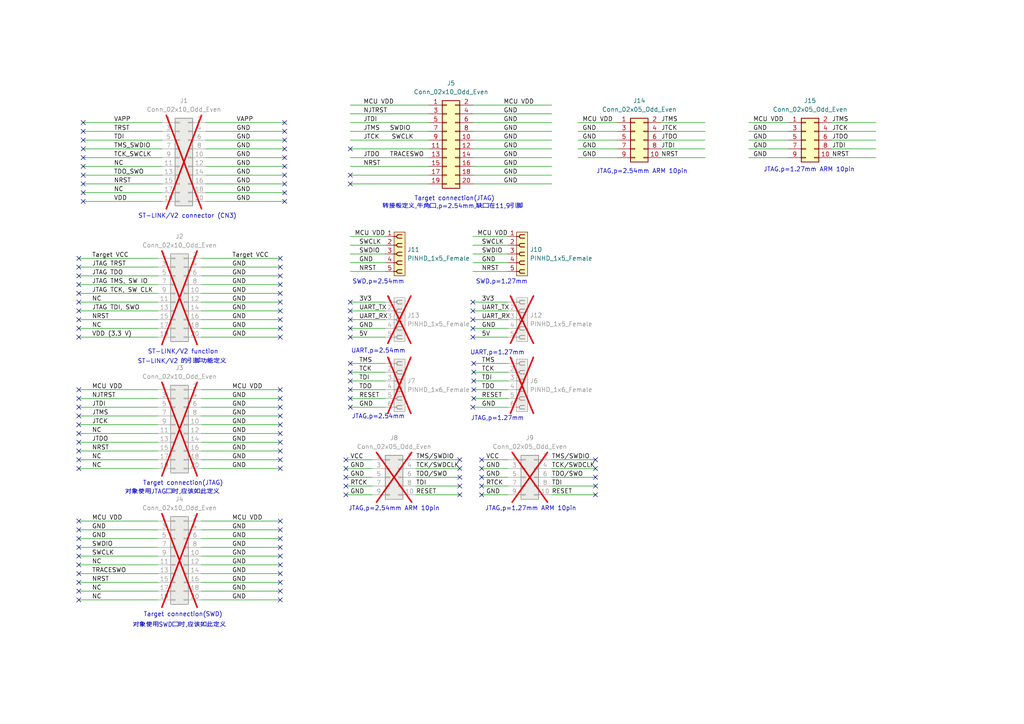
<source format=kicad_sch>
(kicad_sch
	(version 20250114)
	(generator "eeschema")
	(generator_version "9.0")
	(uuid "5e8058c7-9c74-4bf7-ac00-a942f217b6a9")
	(paper "A4")
	(lib_symbols
		(symbol "Connector_Generic:Conn_02x05_Odd_Even"
			(pin_names
				(offset 1.016)
				(hide yes)
			)
			(exclude_from_sim no)
			(in_bom yes)
			(on_board yes)
			(property "Reference" "J"
				(at 1.27 7.62 0)
				(effects
					(font
						(size 1.27 1.27)
					)
				)
			)
			(property "Value" "Conn_02x05_Odd_Even"
				(at 1.27 -7.62 0)
				(effects
					(font
						(size 1.27 1.27)
					)
				)
			)
			(property "Footprint" ""
				(at 0 0 0)
				(effects
					(font
						(size 1.27 1.27)
					)
					(hide yes)
				)
			)
			(property "Datasheet" "~"
				(at 0 0 0)
				(effects
					(font
						(size 1.27 1.27)
					)
					(hide yes)
				)
			)
			(property "Description" "Generic connector, double row, 02x05, odd/even pin numbering scheme (row 1 odd numbers, row 2 even numbers), script generated (kicad-library-utils/schlib/autogen/connector/)"
				(at 0 0 0)
				(effects
					(font
						(size 1.27 1.27)
					)
					(hide yes)
				)
			)
			(property "ki_keywords" "connector"
				(at 0 0 0)
				(effects
					(font
						(size 1.27 1.27)
					)
					(hide yes)
				)
			)
			(property "ki_fp_filters" "Connector*:*_2x??_*"
				(at 0 0 0)
				(effects
					(font
						(size 1.27 1.27)
					)
					(hide yes)
				)
			)
			(symbol "Conn_02x05_Odd_Even_1_1"
				(rectangle
					(start -1.27 6.35)
					(end 3.81 -6.35)
					(stroke
						(width 0.254)
						(type default)
					)
					(fill
						(type background)
					)
				)
				(rectangle
					(start -1.27 5.207)
					(end 0 4.953)
					(stroke
						(width 0.1524)
						(type default)
					)
					(fill
						(type none)
					)
				)
				(rectangle
					(start -1.27 2.667)
					(end 0 2.413)
					(stroke
						(width 0.1524)
						(type default)
					)
					(fill
						(type none)
					)
				)
				(rectangle
					(start -1.27 0.127)
					(end 0 -0.127)
					(stroke
						(width 0.1524)
						(type default)
					)
					(fill
						(type none)
					)
				)
				(rectangle
					(start -1.27 -2.413)
					(end 0 -2.667)
					(stroke
						(width 0.1524)
						(type default)
					)
					(fill
						(type none)
					)
				)
				(rectangle
					(start -1.27 -4.953)
					(end 0 -5.207)
					(stroke
						(width 0.1524)
						(type default)
					)
					(fill
						(type none)
					)
				)
				(rectangle
					(start 3.81 5.207)
					(end 2.54 4.953)
					(stroke
						(width 0.1524)
						(type default)
					)
					(fill
						(type none)
					)
				)
				(rectangle
					(start 3.81 2.667)
					(end 2.54 2.413)
					(stroke
						(width 0.1524)
						(type default)
					)
					(fill
						(type none)
					)
				)
				(rectangle
					(start 3.81 0.127)
					(end 2.54 -0.127)
					(stroke
						(width 0.1524)
						(type default)
					)
					(fill
						(type none)
					)
				)
				(rectangle
					(start 3.81 -2.413)
					(end 2.54 -2.667)
					(stroke
						(width 0.1524)
						(type default)
					)
					(fill
						(type none)
					)
				)
				(rectangle
					(start 3.81 -4.953)
					(end 2.54 -5.207)
					(stroke
						(width 0.1524)
						(type default)
					)
					(fill
						(type none)
					)
				)
				(pin passive line
					(at -5.08 5.08 0)
					(length 3.81)
					(name "Pin_1"
						(effects
							(font
								(size 1.27 1.27)
							)
						)
					)
					(number "1"
						(effects
							(font
								(size 1.27 1.27)
							)
						)
					)
				)
				(pin passive line
					(at -5.08 2.54 0)
					(length 3.81)
					(name "Pin_3"
						(effects
							(font
								(size 1.27 1.27)
							)
						)
					)
					(number "3"
						(effects
							(font
								(size 1.27 1.27)
							)
						)
					)
				)
				(pin passive line
					(at -5.08 0 0)
					(length 3.81)
					(name "Pin_5"
						(effects
							(font
								(size 1.27 1.27)
							)
						)
					)
					(number "5"
						(effects
							(font
								(size 1.27 1.27)
							)
						)
					)
				)
				(pin passive line
					(at -5.08 -2.54 0)
					(length 3.81)
					(name "Pin_7"
						(effects
							(font
								(size 1.27 1.27)
							)
						)
					)
					(number "7"
						(effects
							(font
								(size 1.27 1.27)
							)
						)
					)
				)
				(pin passive line
					(at -5.08 -5.08 0)
					(length 3.81)
					(name "Pin_9"
						(effects
							(font
								(size 1.27 1.27)
							)
						)
					)
					(number "9"
						(effects
							(font
								(size 1.27 1.27)
							)
						)
					)
				)
				(pin passive line
					(at 7.62 5.08 180)
					(length 3.81)
					(name "Pin_2"
						(effects
							(font
								(size 1.27 1.27)
							)
						)
					)
					(number "2"
						(effects
							(font
								(size 1.27 1.27)
							)
						)
					)
				)
				(pin passive line
					(at 7.62 2.54 180)
					(length 3.81)
					(name "Pin_4"
						(effects
							(font
								(size 1.27 1.27)
							)
						)
					)
					(number "4"
						(effects
							(font
								(size 1.27 1.27)
							)
						)
					)
				)
				(pin passive line
					(at 7.62 0 180)
					(length 3.81)
					(name "Pin_6"
						(effects
							(font
								(size 1.27 1.27)
							)
						)
					)
					(number "6"
						(effects
							(font
								(size 1.27 1.27)
							)
						)
					)
				)
				(pin passive line
					(at 7.62 -2.54 180)
					(length 3.81)
					(name "Pin_8"
						(effects
							(font
								(size 1.27 1.27)
							)
						)
					)
					(number "8"
						(effects
							(font
								(size 1.27 1.27)
							)
						)
					)
				)
				(pin passive line
					(at 7.62 -5.08 180)
					(length 3.81)
					(name "Pin_10"
						(effects
							(font
								(size 1.27 1.27)
							)
						)
					)
					(number "10"
						(effects
							(font
								(size 1.27 1.27)
							)
						)
					)
				)
			)
			(embedded_fonts no)
		)
		(symbol "Connector_Generic:Conn_02x10_Odd_Even"
			(pin_names
				(offset 1.016)
				(hide yes)
			)
			(exclude_from_sim no)
			(in_bom yes)
			(on_board yes)
			(property "Reference" "J"
				(at 1.27 12.7 0)
				(effects
					(font
						(size 1.27 1.27)
					)
				)
			)
			(property "Value" "Conn_02x10_Odd_Even"
				(at 1.27 -15.24 0)
				(effects
					(font
						(size 1.27 1.27)
					)
				)
			)
			(property "Footprint" ""
				(at 0 0 0)
				(effects
					(font
						(size 1.27 1.27)
					)
					(hide yes)
				)
			)
			(property "Datasheet" "~"
				(at 0 0 0)
				(effects
					(font
						(size 1.27 1.27)
					)
					(hide yes)
				)
			)
			(property "Description" "Generic connector, double row, 02x10, odd/even pin numbering scheme (row 1 odd numbers, row 2 even numbers), script generated (kicad-library-utils/schlib/autogen/connector/)"
				(at 0 0 0)
				(effects
					(font
						(size 1.27 1.27)
					)
					(hide yes)
				)
			)
			(property "ki_keywords" "connector"
				(at 0 0 0)
				(effects
					(font
						(size 1.27 1.27)
					)
					(hide yes)
				)
			)
			(property "ki_fp_filters" "Connector*:*_2x??_*"
				(at 0 0 0)
				(effects
					(font
						(size 1.27 1.27)
					)
					(hide yes)
				)
			)
			(symbol "Conn_02x10_Odd_Even_1_1"
				(rectangle
					(start -1.27 11.43)
					(end 3.81 -13.97)
					(stroke
						(width 0.254)
						(type default)
					)
					(fill
						(type background)
					)
				)
				(rectangle
					(start -1.27 10.287)
					(end 0 10.033)
					(stroke
						(width 0.1524)
						(type default)
					)
					(fill
						(type none)
					)
				)
				(rectangle
					(start -1.27 7.747)
					(end 0 7.493)
					(stroke
						(width 0.1524)
						(type default)
					)
					(fill
						(type none)
					)
				)
				(rectangle
					(start -1.27 5.207)
					(end 0 4.953)
					(stroke
						(width 0.1524)
						(type default)
					)
					(fill
						(type none)
					)
				)
				(rectangle
					(start -1.27 2.667)
					(end 0 2.413)
					(stroke
						(width 0.1524)
						(type default)
					)
					(fill
						(type none)
					)
				)
				(rectangle
					(start -1.27 0.127)
					(end 0 -0.127)
					(stroke
						(width 0.1524)
						(type default)
					)
					(fill
						(type none)
					)
				)
				(rectangle
					(start -1.27 -2.413)
					(end 0 -2.667)
					(stroke
						(width 0.1524)
						(type default)
					)
					(fill
						(type none)
					)
				)
				(rectangle
					(start -1.27 -4.953)
					(end 0 -5.207)
					(stroke
						(width 0.1524)
						(type default)
					)
					(fill
						(type none)
					)
				)
				(rectangle
					(start -1.27 -7.493)
					(end 0 -7.747)
					(stroke
						(width 0.1524)
						(type default)
					)
					(fill
						(type none)
					)
				)
				(rectangle
					(start -1.27 -10.033)
					(end 0 -10.287)
					(stroke
						(width 0.1524)
						(type default)
					)
					(fill
						(type none)
					)
				)
				(rectangle
					(start -1.27 -12.573)
					(end 0 -12.827)
					(stroke
						(width 0.1524)
						(type default)
					)
					(fill
						(type none)
					)
				)
				(rectangle
					(start 3.81 10.287)
					(end 2.54 10.033)
					(stroke
						(width 0.1524)
						(type default)
					)
					(fill
						(type none)
					)
				)
				(rectangle
					(start 3.81 7.747)
					(end 2.54 7.493)
					(stroke
						(width 0.1524)
						(type default)
					)
					(fill
						(type none)
					)
				)
				(rectangle
					(start 3.81 5.207)
					(end 2.54 4.953)
					(stroke
						(width 0.1524)
						(type default)
					)
					(fill
						(type none)
					)
				)
				(rectangle
					(start 3.81 2.667)
					(end 2.54 2.413)
					(stroke
						(width 0.1524)
						(type default)
					)
					(fill
						(type none)
					)
				)
				(rectangle
					(start 3.81 0.127)
					(end 2.54 -0.127)
					(stroke
						(width 0.1524)
						(type default)
					)
					(fill
						(type none)
					)
				)
				(rectangle
					(start 3.81 -2.413)
					(end 2.54 -2.667)
					(stroke
						(width 0.1524)
						(type default)
					)
					(fill
						(type none)
					)
				)
				(rectangle
					(start 3.81 -4.953)
					(end 2.54 -5.207)
					(stroke
						(width 0.1524)
						(type default)
					)
					(fill
						(type none)
					)
				)
				(rectangle
					(start 3.81 -7.493)
					(end 2.54 -7.747)
					(stroke
						(width 0.1524)
						(type default)
					)
					(fill
						(type none)
					)
				)
				(rectangle
					(start 3.81 -10.033)
					(end 2.54 -10.287)
					(stroke
						(width 0.1524)
						(type default)
					)
					(fill
						(type none)
					)
				)
				(rectangle
					(start 3.81 -12.573)
					(end 2.54 -12.827)
					(stroke
						(width 0.1524)
						(type default)
					)
					(fill
						(type none)
					)
				)
				(pin passive line
					(at -5.08 10.16 0)
					(length 3.81)
					(name "Pin_1"
						(effects
							(font
								(size 1.27 1.27)
							)
						)
					)
					(number "1"
						(effects
							(font
								(size 1.27 1.27)
							)
						)
					)
				)
				(pin passive line
					(at -5.08 7.62 0)
					(length 3.81)
					(name "Pin_3"
						(effects
							(font
								(size 1.27 1.27)
							)
						)
					)
					(number "3"
						(effects
							(font
								(size 1.27 1.27)
							)
						)
					)
				)
				(pin passive line
					(at -5.08 5.08 0)
					(length 3.81)
					(name "Pin_5"
						(effects
							(font
								(size 1.27 1.27)
							)
						)
					)
					(number "5"
						(effects
							(font
								(size 1.27 1.27)
							)
						)
					)
				)
				(pin passive line
					(at -5.08 2.54 0)
					(length 3.81)
					(name "Pin_7"
						(effects
							(font
								(size 1.27 1.27)
							)
						)
					)
					(number "7"
						(effects
							(font
								(size 1.27 1.27)
							)
						)
					)
				)
				(pin passive line
					(at -5.08 0 0)
					(length 3.81)
					(name "Pin_9"
						(effects
							(font
								(size 1.27 1.27)
							)
						)
					)
					(number "9"
						(effects
							(font
								(size 1.27 1.27)
							)
						)
					)
				)
				(pin passive line
					(at -5.08 -2.54 0)
					(length 3.81)
					(name "Pin_11"
						(effects
							(font
								(size 1.27 1.27)
							)
						)
					)
					(number "11"
						(effects
							(font
								(size 1.27 1.27)
							)
						)
					)
				)
				(pin passive line
					(at -5.08 -5.08 0)
					(length 3.81)
					(name "Pin_13"
						(effects
							(font
								(size 1.27 1.27)
							)
						)
					)
					(number "13"
						(effects
							(font
								(size 1.27 1.27)
							)
						)
					)
				)
				(pin passive line
					(at -5.08 -7.62 0)
					(length 3.81)
					(name "Pin_15"
						(effects
							(font
								(size 1.27 1.27)
							)
						)
					)
					(number "15"
						(effects
							(font
								(size 1.27 1.27)
							)
						)
					)
				)
				(pin passive line
					(at -5.08 -10.16 0)
					(length 3.81)
					(name "Pin_17"
						(effects
							(font
								(size 1.27 1.27)
							)
						)
					)
					(number "17"
						(effects
							(font
								(size 1.27 1.27)
							)
						)
					)
				)
				(pin passive line
					(at -5.08 -12.7 0)
					(length 3.81)
					(name "Pin_19"
						(effects
							(font
								(size 1.27 1.27)
							)
						)
					)
					(number "19"
						(effects
							(font
								(size 1.27 1.27)
							)
						)
					)
				)
				(pin passive line
					(at 7.62 10.16 180)
					(length 3.81)
					(name "Pin_2"
						(effects
							(font
								(size 1.27 1.27)
							)
						)
					)
					(number "2"
						(effects
							(font
								(size 1.27 1.27)
							)
						)
					)
				)
				(pin passive line
					(at 7.62 7.62 180)
					(length 3.81)
					(name "Pin_4"
						(effects
							(font
								(size 1.27 1.27)
							)
						)
					)
					(number "4"
						(effects
							(font
								(size 1.27 1.27)
							)
						)
					)
				)
				(pin passive line
					(at 7.62 5.08 180)
					(length 3.81)
					(name "Pin_6"
						(effects
							(font
								(size 1.27 1.27)
							)
						)
					)
					(number "6"
						(effects
							(font
								(size 1.27 1.27)
							)
						)
					)
				)
				(pin passive line
					(at 7.62 2.54 180)
					(length 3.81)
					(name "Pin_8"
						(effects
							(font
								(size 1.27 1.27)
							)
						)
					)
					(number "8"
						(effects
							(font
								(size 1.27 1.27)
							)
						)
					)
				)
				(pin passive line
					(at 7.62 0 180)
					(length 3.81)
					(name "Pin_10"
						(effects
							(font
								(size 1.27 1.27)
							)
						)
					)
					(number "10"
						(effects
							(font
								(size 1.27 1.27)
							)
						)
					)
				)
				(pin passive line
					(at 7.62 -2.54 180)
					(length 3.81)
					(name "Pin_12"
						(effects
							(font
								(size 1.27 1.27)
							)
						)
					)
					(number "12"
						(effects
							(font
								(size 1.27 1.27)
							)
						)
					)
				)
				(pin passive line
					(at 7.62 -5.08 180)
					(length 3.81)
					(name "Pin_14"
						(effects
							(font
								(size 1.27 1.27)
							)
						)
					)
					(number "14"
						(effects
							(font
								(size 1.27 1.27)
							)
						)
					)
				)
				(pin passive line
					(at 7.62 -7.62 180)
					(length 3.81)
					(name "Pin_16"
						(effects
							(font
								(size 1.27 1.27)
							)
						)
					)
					(number "16"
						(effects
							(font
								(size 1.27 1.27)
							)
						)
					)
				)
				(pin passive line
					(at 7.62 -10.16 180)
					(length 3.81)
					(name "Pin_18"
						(effects
							(font
								(size 1.27 1.27)
							)
						)
					)
					(number "18"
						(effects
							(font
								(size 1.27 1.27)
							)
						)
					)
				)
				(pin passive line
					(at 7.62 -12.7 180)
					(length 3.81)
					(name "Pin_20"
						(effects
							(font
								(size 1.27 1.27)
							)
						)
					)
					(number "20"
						(effects
							(font
								(size 1.27 1.27)
							)
						)
					)
				)
			)
			(embedded_fonts no)
		)
		(symbol "PCM_SL_Pin_Headers:PINHD_1x5_Female"
			(exclude_from_sim no)
			(in_bom yes)
			(on_board yes)
			(property "Reference" "J"
				(at 0 11.43 0)
				(effects
					(font
						(size 1.27 1.27)
					)
				)
			)
			(property "Value" "PINHD_1x5_Female"
				(at 0 8.89 0)
				(effects
					(font
						(size 1.27 1.27)
					)
				)
			)
			(property "Footprint" "Connector_PinSocket_2.54mm:PinSocket_1x05_P2.54mm_Vertical"
				(at 2.54 13.97 0)
				(effects
					(font
						(size 1.27 1.27)
					)
					(hide yes)
				)
			)
			(property "Datasheet" ""
				(at 0 11.43 0)
				(effects
					(font
						(size 1.27 1.27)
					)
					(hide yes)
				)
			)
			(property "Description" "Pin Header female with pin space 2.54mm. Pin Count -5"
				(at 0 0 0)
				(effects
					(font
						(size 1.27 1.27)
					)
					(hide yes)
				)
			)
			(property "ki_keywords" "Pin Header"
				(at 0 0 0)
				(effects
					(font
						(size 1.27 1.27)
					)
					(hide yes)
				)
			)
			(property "ki_fp_filters" "PinSocket_1x05_P2.54mm*"
				(at 0 0 0)
				(effects
					(font
						(size 1.27 1.27)
					)
					(hide yes)
				)
			)
			(symbol "PINHD_1x5_Female_0_1"
				(rectangle
					(start -1.27 6.35)
					(end 1.905 -6.35)
					(stroke
						(width 0)
						(type default)
					)
					(fill
						(type background)
					)
				)
				(polyline
					(pts
						(xy -1.27 5.08) (xy -0.508 5.08)
					)
					(stroke
						(width 0.25)
						(type default)
					)
					(fill
						(type none)
					)
				)
				(polyline
					(pts
						(xy -1.27 2.54) (xy -0.508 2.54)
					)
					(stroke
						(width 0.25)
						(type default)
					)
					(fill
						(type none)
					)
				)
				(polyline
					(pts
						(xy -1.27 0) (xy -0.508 0)
					)
					(stroke
						(width 0.25)
						(type default)
					)
					(fill
						(type none)
					)
				)
				(polyline
					(pts
						(xy -1.27 -2.54) (xy -0.508 -2.54)
					)
					(stroke
						(width 0.25)
						(type default)
					)
					(fill
						(type none)
					)
				)
				(polyline
					(pts
						(xy -1.27 -5.08) (xy -0.508 -5.08)
					)
					(stroke
						(width 0.25)
						(type default)
					)
					(fill
						(type none)
					)
				)
				(polyline
					(pts
						(xy 0 5.588) (xy 1.016 5.588)
					)
					(stroke
						(width 0.25)
						(type default)
					)
					(fill
						(type none)
					)
				)
				(arc
					(start -0.508 5.08)
					(mid -0.3592 5.4392)
					(end 0 5.588)
					(stroke
						(width 0.25)
						(type default)
					)
					(fill
						(type none)
					)
				)
				(arc
					(start 0 4.572)
					(mid -0.3592 4.7208)
					(end -0.508 5.08)
					(stroke
						(width 0.25)
						(type default)
					)
					(fill
						(type none)
					)
				)
				(polyline
					(pts
						(xy 0 4.572) (xy 1.016 4.572)
					)
					(stroke
						(width 0.25)
						(type default)
					)
					(fill
						(type none)
					)
				)
				(polyline
					(pts
						(xy 0 3.048) (xy 1.016 3.048)
					)
					(stroke
						(width 0.25)
						(type default)
					)
					(fill
						(type none)
					)
				)
				(arc
					(start -0.508 2.54)
					(mid -0.3592 2.8992)
					(end 0 3.048)
					(stroke
						(width 0.25)
						(type default)
					)
					(fill
						(type none)
					)
				)
				(arc
					(start 0 2.032)
					(mid -0.3592 2.1808)
					(end -0.508 2.54)
					(stroke
						(width 0.25)
						(type default)
					)
					(fill
						(type none)
					)
				)
				(polyline
					(pts
						(xy 0 2.032) (xy 1.016 2.032)
					)
					(stroke
						(width 0.25)
						(type default)
					)
					(fill
						(type none)
					)
				)
				(polyline
					(pts
						(xy 0 0.508) (xy 1.016 0.508)
					)
					(stroke
						(width 0.25)
						(type default)
					)
					(fill
						(type none)
					)
				)
				(arc
					(start -0.508 0)
					(mid -0.3592 0.3592)
					(end 0 0.508)
					(stroke
						(width 0.25)
						(type default)
					)
					(fill
						(type none)
					)
				)
				(arc
					(start 0 -0.508)
					(mid -0.3592 -0.3592)
					(end -0.508 0)
					(stroke
						(width 0.25)
						(type default)
					)
					(fill
						(type none)
					)
				)
				(polyline
					(pts
						(xy 0 -0.508) (xy 1.016 -0.508)
					)
					(stroke
						(width 0.25)
						(type default)
					)
					(fill
						(type none)
					)
				)
				(polyline
					(pts
						(xy 0 -2.032) (xy 1.016 -2.032)
					)
					(stroke
						(width 0.25)
						(type default)
					)
					(fill
						(type none)
					)
				)
				(arc
					(start -0.508 -2.54)
					(mid -0.3592 -2.1808)
					(end 0 -2.032)
					(stroke
						(width 0.25)
						(type default)
					)
					(fill
						(type none)
					)
				)
				(arc
					(start 0 -3.048)
					(mid -0.3592 -2.8992)
					(end -0.508 -2.54)
					(stroke
						(width 0.25)
						(type default)
					)
					(fill
						(type none)
					)
				)
				(polyline
					(pts
						(xy 0 -3.048) (xy 1.016 -3.048)
					)
					(stroke
						(width 0.25)
						(type default)
					)
					(fill
						(type none)
					)
				)
				(polyline
					(pts
						(xy 0 -4.572) (xy 1.016 -4.572)
					)
					(stroke
						(width 0.25)
						(type default)
					)
					(fill
						(type none)
					)
				)
				(arc
					(start -0.508 -5.08)
					(mid -0.3592 -4.7208)
					(end 0 -4.572)
					(stroke
						(width 0.25)
						(type default)
					)
					(fill
						(type none)
					)
				)
				(arc
					(start 0 -5.588)
					(mid -0.3592 -5.4392)
					(end -0.508 -5.08)
					(stroke
						(width 0.25)
						(type default)
					)
					(fill
						(type none)
					)
				)
				(polyline
					(pts
						(xy 0 -5.588) (xy 1.016 -5.588)
					)
					(stroke
						(width 0.25)
						(type default)
					)
					(fill
						(type none)
					)
				)
			)
			(symbol "PINHD_1x5_Female_1_1"
				(pin passive line
					(at -3.81 5.08 0)
					(length 2.54)
					(name ""
						(effects
							(font
								(size 1.27 1.27)
							)
						)
					)
					(number "1"
						(effects
							(font
								(size 1.27 1.27)
							)
						)
					)
				)
				(pin passive line
					(at -3.81 2.54 0)
					(length 2.54)
					(name ""
						(effects
							(font
								(size 1.27 1.27)
							)
						)
					)
					(number "2"
						(effects
							(font
								(size 1.27 1.27)
							)
						)
					)
				)
				(pin passive line
					(at -3.81 0 0)
					(length 2.54)
					(name ""
						(effects
							(font
								(size 1.27 1.27)
							)
						)
					)
					(number "3"
						(effects
							(font
								(size 1.27 1.27)
							)
						)
					)
				)
				(pin passive line
					(at -3.81 -2.54 0)
					(length 2.54)
					(name ""
						(effects
							(font
								(size 1.27 1.27)
							)
						)
					)
					(number "4"
						(effects
							(font
								(size 1.27 1.27)
							)
						)
					)
				)
				(pin passive line
					(at -3.81 -5.08 0)
					(length 2.54)
					(name ""
						(effects
							(font
								(size 1.27 1.27)
							)
						)
					)
					(number "5"
						(effects
							(font
								(size 1.27 1.27)
							)
						)
					)
				)
			)
			(embedded_fonts no)
		)
		(symbol "PCM_SL_Pin_Headers:PINHD_1x6_Female"
			(exclude_from_sim no)
			(in_bom yes)
			(on_board yes)
			(property "Reference" "J"
				(at 0 12.7 0)
				(effects
					(font
						(size 1.27 1.27)
					)
				)
			)
			(property "Value" "PINHD_1x6_Female"
				(at 0 10.16 0)
				(effects
					(font
						(size 1.27 1.27)
					)
				)
			)
			(property "Footprint" "Connector_PinSocket_2.54mm:PinSocket_1x06_P2.54mm_Vertical"
				(at 2.54 15.24 0)
				(effects
					(font
						(size 1.27 1.27)
					)
					(hide yes)
				)
			)
			(property "Datasheet" ""
				(at 0 12.7 0)
				(effects
					(font
						(size 1.27 1.27)
					)
					(hide yes)
				)
			)
			(property "Description" "Pin Header female with pin space 2.54mm. Pin Count -6"
				(at 0 0 0)
				(effects
					(font
						(size 1.27 1.27)
					)
					(hide yes)
				)
			)
			(property "ki_keywords" "Pin Header"
				(at 0 0 0)
				(effects
					(font
						(size 1.27 1.27)
					)
					(hide yes)
				)
			)
			(property "ki_fp_filters" "PinSocket_1x06_P2.54mm*"
				(at 0 0 0)
				(effects
					(font
						(size 1.27 1.27)
					)
					(hide yes)
				)
			)
			(symbol "PINHD_1x6_Female_0_1"
				(rectangle
					(start -1.27 7.62)
					(end 1.905 -7.62)
					(stroke
						(width 0)
						(type default)
					)
					(fill
						(type background)
					)
				)
				(polyline
					(pts
						(xy -1.27 6.35) (xy -0.508 6.35)
					)
					(stroke
						(width 0.25)
						(type default)
					)
					(fill
						(type none)
					)
				)
				(polyline
					(pts
						(xy -1.27 3.81) (xy -0.508 3.81)
					)
					(stroke
						(width 0.25)
						(type default)
					)
					(fill
						(type none)
					)
				)
				(polyline
					(pts
						(xy -1.27 1.27) (xy -0.508 1.27)
					)
					(stroke
						(width 0.25)
						(type default)
					)
					(fill
						(type none)
					)
				)
				(polyline
					(pts
						(xy -1.27 -1.27) (xy -0.508 -1.27)
					)
					(stroke
						(width 0.25)
						(type default)
					)
					(fill
						(type none)
					)
				)
				(polyline
					(pts
						(xy -1.27 -3.81) (xy -0.508 -3.81)
					)
					(stroke
						(width 0.25)
						(type default)
					)
					(fill
						(type none)
					)
				)
				(polyline
					(pts
						(xy -1.27 -6.35) (xy -0.508 -6.35)
					)
					(stroke
						(width 0.25)
						(type default)
					)
					(fill
						(type none)
					)
				)
				(polyline
					(pts
						(xy 0 6.858) (xy 1.016 6.858)
					)
					(stroke
						(width 0.25)
						(type default)
					)
					(fill
						(type none)
					)
				)
				(arc
					(start -0.508 6.35)
					(mid -0.3592 6.7092)
					(end 0 6.858)
					(stroke
						(width 0.25)
						(type default)
					)
					(fill
						(type none)
					)
				)
				(arc
					(start 0 5.842)
					(mid -0.3592 5.9908)
					(end -0.508 6.35)
					(stroke
						(width 0.25)
						(type default)
					)
					(fill
						(type none)
					)
				)
				(polyline
					(pts
						(xy 0 5.842) (xy 1.016 5.842)
					)
					(stroke
						(width 0.25)
						(type default)
					)
					(fill
						(type none)
					)
				)
				(polyline
					(pts
						(xy 0 4.318) (xy 1.016 4.318)
					)
					(stroke
						(width 0.25)
						(type default)
					)
					(fill
						(type none)
					)
				)
				(arc
					(start -0.508 3.81)
					(mid -0.3592 4.1692)
					(end 0 4.318)
					(stroke
						(width 0.25)
						(type default)
					)
					(fill
						(type none)
					)
				)
				(arc
					(start 0 3.302)
					(mid -0.3592 3.4508)
					(end -0.508 3.81)
					(stroke
						(width 0.25)
						(type default)
					)
					(fill
						(type none)
					)
				)
				(polyline
					(pts
						(xy 0 3.302) (xy 1.016 3.302)
					)
					(stroke
						(width 0.25)
						(type default)
					)
					(fill
						(type none)
					)
				)
				(polyline
					(pts
						(xy 0 1.778) (xy 1.016 1.778)
					)
					(stroke
						(width 0.25)
						(type default)
					)
					(fill
						(type none)
					)
				)
				(arc
					(start -0.508 1.27)
					(mid -0.3592 1.6292)
					(end 0 1.778)
					(stroke
						(width 0.25)
						(type default)
					)
					(fill
						(type none)
					)
				)
				(arc
					(start 0 0.762)
					(mid -0.3592 0.9108)
					(end -0.508 1.27)
					(stroke
						(width 0.25)
						(type default)
					)
					(fill
						(type none)
					)
				)
				(polyline
					(pts
						(xy 0 0.762) (xy 1.016 0.762)
					)
					(stroke
						(width 0.25)
						(type default)
					)
					(fill
						(type none)
					)
				)
				(polyline
					(pts
						(xy 0 -0.762) (xy 1.016 -0.762)
					)
					(stroke
						(width 0.25)
						(type default)
					)
					(fill
						(type none)
					)
				)
				(arc
					(start -0.508 -1.27)
					(mid -0.3592 -0.9108)
					(end 0 -0.762)
					(stroke
						(width 0.25)
						(type default)
					)
					(fill
						(type none)
					)
				)
				(arc
					(start 0 -1.778)
					(mid -0.3592 -1.6292)
					(end -0.508 -1.27)
					(stroke
						(width 0.25)
						(type default)
					)
					(fill
						(type none)
					)
				)
				(polyline
					(pts
						(xy 0 -1.778) (xy 1.016 -1.778)
					)
					(stroke
						(width 0.25)
						(type default)
					)
					(fill
						(type none)
					)
				)
				(polyline
					(pts
						(xy 0 -3.302) (xy 1.016 -3.302)
					)
					(stroke
						(width 0.25)
						(type default)
					)
					(fill
						(type none)
					)
				)
				(arc
					(start -0.508 -3.81)
					(mid -0.3592 -3.4508)
					(end 0 -3.302)
					(stroke
						(width 0.25)
						(type default)
					)
					(fill
						(type none)
					)
				)
				(arc
					(start 0 -4.318)
					(mid -0.3592 -4.1692)
					(end -0.508 -3.81)
					(stroke
						(width 0.25)
						(type default)
					)
					(fill
						(type none)
					)
				)
				(polyline
					(pts
						(xy 0 -4.318) (xy 1.016 -4.318)
					)
					(stroke
						(width 0.25)
						(type default)
					)
					(fill
						(type none)
					)
				)
				(polyline
					(pts
						(xy 0 -5.842) (xy 1.016 -5.842)
					)
					(stroke
						(width 0.25)
						(type default)
					)
					(fill
						(type none)
					)
				)
				(arc
					(start -0.508 -6.35)
					(mid -0.3592 -5.9908)
					(end 0 -5.842)
					(stroke
						(width 0.25)
						(type default)
					)
					(fill
						(type none)
					)
				)
				(arc
					(start 0 -6.858)
					(mid -0.3592 -6.7092)
					(end -0.508 -6.35)
					(stroke
						(width 0.25)
						(type default)
					)
					(fill
						(type none)
					)
				)
				(polyline
					(pts
						(xy 0 -6.858) (xy 1.016 -6.858)
					)
					(stroke
						(width 0.25)
						(type default)
					)
					(fill
						(type none)
					)
				)
			)
			(symbol "PINHD_1x6_Female_1_1"
				(pin passive line
					(at -3.81 6.35 0)
					(length 2.54)
					(name ""
						(effects
							(font
								(size 1.27 1.27)
							)
						)
					)
					(number "1"
						(effects
							(font
								(size 1.27 1.27)
							)
						)
					)
				)
				(pin passive line
					(at -3.81 3.81 0)
					(length 2.54)
					(name ""
						(effects
							(font
								(size 1.27 1.27)
							)
						)
					)
					(number "2"
						(effects
							(font
								(size 1.27 1.27)
							)
						)
					)
				)
				(pin passive line
					(at -3.81 1.27 0)
					(length 2.54)
					(name ""
						(effects
							(font
								(size 1.27 1.27)
							)
						)
					)
					(number "3"
						(effects
							(font
								(size 1.27 1.27)
							)
						)
					)
				)
				(pin passive line
					(at -3.81 -1.27 0)
					(length 2.54)
					(name ""
						(effects
							(font
								(size 1.27 1.27)
							)
						)
					)
					(number "4"
						(effects
							(font
								(size 1.27 1.27)
							)
						)
					)
				)
				(pin passive line
					(at -3.81 -3.81 0)
					(length 2.54)
					(name ""
						(effects
							(font
								(size 1.27 1.27)
							)
						)
					)
					(number "5"
						(effects
							(font
								(size 1.27 1.27)
							)
						)
					)
				)
				(pin passive line
					(at -3.81 -6.35 0)
					(length 2.54)
					(name ""
						(effects
							(font
								(size 1.27 1.27)
							)
						)
					)
					(number "6"
						(effects
							(font
								(size 1.27 1.27)
							)
						)
					)
				)
			)
			(embedded_fonts no)
		)
	)
	(text "Target connection(JTAG)"
		(exclude_from_sim no)
		(at 131.826 57.658 0)
		(effects
			(font
				(size 1.27 1.27)
			)
		)
		(uuid "02404838-5582-4cfd-b8a8-0474e33adb1f")
	)
	(text "JTAG,p=1.27mm ARM 10pin"
		(exclude_from_sim no)
		(at 234.696 49.276 0)
		(effects
			(font
				(size 1.27 1.27)
			)
		)
		(uuid "02e38251-96c0-4b4b-9e26-b448db773042")
	)
	(text "转接板定义,牛角口,p=2.54mm,缺口在11,9引脚"
		(exclude_from_sim no)
		(at 131.318 59.944 0)
		(effects
			(font
				(size 1.27 1.27)
			)
		)
		(uuid "103ed264-9159-4759-8ad6-d58653ebf0ee")
	)
	(text "对象使用SWD口时,应该如此定义\n"
		(exclude_from_sim no)
		(at 52.07 181.356 0)
		(effects
			(font
				(size 1.27 1.27)
			)
		)
		(uuid "118c4687-5100-4c45-8c5e-c9977fd71c2a")
	)
	(text "JTAG,p=1.27mm ARM 10pin"
		(exclude_from_sim no)
		(at 153.924 147.574 0)
		(effects
			(font
				(size 1.27 1.27)
			)
		)
		(uuid "1e4a4c54-9a14-40db-9512-9fc42334ba6e")
	)
	(text "UART,p=2.54mm"
		(exclude_from_sim no)
		(at 109.728 101.854 0)
		(effects
			(font
				(size 1.27 1.27)
			)
		)
		(uuid "207c678b-68ca-4935-a03a-0cec259b35e3")
	)
	(text "ST-LINK/V2 connector (CN3)"
		(exclude_from_sim no)
		(at 54.356 62.738 0)
		(effects
			(font
				(size 1.27 1.27)
			)
		)
		(uuid "276c9a83-a3d1-4e1b-90c7-7a3c362b8130")
	)
	(text "JTAG,p=2.54mm"
		(exclude_from_sim no)
		(at 109.728 120.904 0)
		(effects
			(font
				(size 1.27 1.27)
			)
		)
		(uuid "2bb761cf-a652-4a28-9a4a-b92c41083fea")
	)
	(text "JTAG,p=2.54mm ARM 10pin"
		(exclude_from_sim no)
		(at 186.182 49.784 0)
		(effects
			(font
				(size 1.27 1.27)
			)
		)
		(uuid "30d6d960-74bc-4d99-ac54-f3f74fe2c5a7")
	)
	(text "UART,p=1.27mm"
		(exclude_from_sim no)
		(at 144.272 102.362 0)
		(effects
			(font
				(size 1.27 1.27)
			)
		)
		(uuid "3952c36f-a3e1-4921-a8a5-69c64f8713df")
	)
	(text "Target connection(JTAG)"
		(exclude_from_sim no)
		(at 53.086 140.208 0)
		(effects
			(font
				(size 1.27 1.27)
			)
		)
		(uuid "6003b80b-c6f3-4e7c-9534-a9bde201c2e8")
	)
	(text "对象使用JTAG口时,应该如此定义\n"
		(exclude_from_sim no)
		(at 50.038 142.748 0)
		(effects
			(font
				(size 1.27 1.27)
			)
		)
		(uuid "94b4cc04-7b59-4929-9923-91a9fd5cb94b")
	)
	(text "JTAG,p=2.54mm ARM 10pin"
		(exclude_from_sim no)
		(at 114.3 147.574 0)
		(effects
			(font
				(size 1.27 1.27)
			)
		)
		(uuid "9bae34a8-21cd-433b-8326-eb93ed815db1")
	)
	(text "ST-LINK/V2 function"
		(exclude_from_sim no)
		(at 53.086 102.108 0)
		(effects
			(font
				(size 1.27 1.27)
			)
		)
		(uuid "9f4e8521-14c1-4e6a-a418-6e5e08b65219")
	)
	(text "SWD,p=1.27mm"
		(exclude_from_sim no)
		(at 145.542 81.788 0)
		(effects
			(font
				(size 1.27 1.27)
			)
		)
		(uuid "abbb0202-aee2-4cb8-b94b-9acc74b321c0")
	)
	(text "JTAG,p=1.27mm"
		(exclude_from_sim no)
		(at 144.272 121.412 0)
		(effects
			(font
				(size 1.27 1.27)
			)
		)
		(uuid "b35cc19c-06f8-4b55-818c-b94b856b3aa0")
	)
	(text "SWD,p=2.54mm"
		(exclude_from_sim no)
		(at 109.728 81.788 0)
		(effects
			(font
				(size 1.27 1.27)
			)
		)
		(uuid "c4b51329-eed7-42a4-b96f-7525364555c5")
	)
	(text "Target connection(SWD)"
		(exclude_from_sim no)
		(at 53.086 178.308 0)
		(effects
			(font
				(size 1.27 1.27)
			)
		)
		(uuid "e23aa2f3-5bfb-4de3-ab58-9397a3158730")
	)
	(text "ST-LINK/V2 的引脚功能定义\n"
		(exclude_from_sim no)
		(at 52.832 104.902 0)
		(effects
			(font
				(size 1.27 1.27)
			)
		)
		(uuid "f64b915f-486e-46b7-b6bd-3cf822d54f4c")
	)
	(no_connect
		(at 137.414 113.03)
		(uuid "04778f5c-5f88-4fbc-8ebc-a445a6081192")
	)
	(no_connect
		(at 82.55 50.8)
		(uuid "07da686e-d60f-46aa-8042-32bd30e8e86c")
	)
	(no_connect
		(at 22.86 87.63)
		(uuid "08090f31-c3b7-4b51-8916-6f0308dea1c6")
	)
	(no_connect
		(at 22.86 95.25)
		(uuid "09f2a0ef-5d40-4651-817e-26d48d0a3ca2")
	)
	(no_connect
		(at 101.6 43.18)
		(uuid "1022ac00-329a-4971-9ebd-d3df519bb43e")
	)
	(no_connect
		(at 22.86 128.27)
		(uuid "11459965-a4d1-4ef3-9b11-8c6b7807a737")
	)
	(no_connect
		(at 101.6 87.63)
		(uuid "131727ff-9c44-4856-8987-13a6edd9b722")
	)
	(no_connect
		(at 100.33 140.97)
		(uuid "156ecede-9835-46c7-b966-3606bc684344")
	)
	(no_connect
		(at 22.86 80.01)
		(uuid "15a4fd7b-b810-4d05-aa89-a2e692d40e33")
	)
	(no_connect
		(at 81.28 163.83)
		(uuid "17f88a91-34d7-4f4b-8787-7a8a12a93c8d")
	)
	(no_connect
		(at 81.28 123.19)
		(uuid "1912612a-a405-4c64-ab64-c2708b65405c")
	)
	(no_connect
		(at 100.33 138.43)
		(uuid "1af2755e-105d-41db-bc10-3647d38adb08")
	)
	(no_connect
		(at 24.13 58.42)
		(uuid "1df5f97a-90fd-4bbb-90b6-c13f052ee2fe")
	)
	(no_connect
		(at 101.6 113.03)
		(uuid "1e170592-56de-4974-89dc-21bacd52df4e")
	)
	(no_connect
		(at 101.6 53.34)
		(uuid "1e7d8771-8384-4cdb-aa80-907101262ad9")
	)
	(no_connect
		(at 101.6 90.17)
		(uuid "20cd5504-712b-47ae-8d22-a65c7039dbd4")
	)
	(no_connect
		(at 22.86 120.65)
		(uuid "2231a6c1-c77f-4575-89c9-d812eeb57a29")
	)
	(no_connect
		(at 22.86 82.55)
		(uuid "242bd33e-4be8-4061-85da-2dfc94bb433f")
	)
	(no_connect
		(at 172.72 143.51)
		(uuid "24392431-fe43-465c-bd13-6358b6fc90aa")
	)
	(no_connect
		(at 133.35 138.43)
		(uuid "25ccab45-e519-4936-8fdd-7ad419abfe50")
	)
	(no_connect
		(at 24.13 50.8)
		(uuid "271a7e4c-2471-454d-b769-e59f78f0db51")
	)
	(no_connect
		(at 81.28 113.03)
		(uuid "2e75801f-782b-4f58-8ca8-992c40a2d8fb")
	)
	(no_connect
		(at 82.55 48.26)
		(uuid "2ef4b103-7b2f-4e82-b3e1-464679963938")
	)
	(no_connect
		(at 100.33 133.35)
		(uuid "30e2aae8-f252-467c-914f-daf566e81664")
	)
	(no_connect
		(at 101.6 118.11)
		(uuid "31fcd4a9-c589-4265-9b7d-453fa0561a5a")
	)
	(no_connect
		(at 24.13 43.18)
		(uuid "337e908b-2f7d-41b8-982f-0e6841bc4764")
	)
	(no_connect
		(at 137.414 105.41)
		(uuid "35921d4a-8445-4e06-ae02-566db001476b")
	)
	(no_connect
		(at 22.86 97.79)
		(uuid "3fb25457-89ae-4340-8dcc-717541b7f115")
	)
	(no_connect
		(at 22.86 115.57)
		(uuid "3fcf065a-f641-4de9-8f8e-1b92815c423c")
	)
	(no_connect
		(at 24.13 53.34)
		(uuid "40377c5a-9cff-4234-9775-2c1d993114d5")
	)
	(no_connect
		(at 101.6 97.79)
		(uuid "4170837d-37bb-4032-9d53-0c4be0fd12d8")
	)
	(no_connect
		(at 22.86 168.91)
		(uuid "469e5915-a4e9-40cf-ac04-bca43482a743")
	)
	(no_connect
		(at 137.16 97.79)
		(uuid "4906e2ac-c6eb-418c-ad07-dfb64c19fde6")
	)
	(no_connect
		(at 22.86 123.19)
		(uuid "4dc9e571-0a36-47d4-8176-4f2f66494982")
	)
	(no_connect
		(at 24.13 48.26)
		(uuid "51a11be1-d450-4c67-92eb-8c6345f7ce86")
	)
	(no_connect
		(at 137.16 95.25)
		(uuid "51d3c0b2-a12f-4383-86ec-8d27ae351e21")
	)
	(no_connect
		(at 22.86 130.81)
		(uuid "5328be24-57e7-4387-a9b6-12bff199a75f")
	)
	(no_connect
		(at 100.33 135.89)
		(uuid "5531ba0f-b8fd-42fe-8ad6-d50cf51b1c86")
	)
	(no_connect
		(at 101.6 105.41)
		(uuid "56c04b5d-16da-453e-aee3-fa61fbb072fd")
	)
	(no_connect
		(at 81.28 118.11)
		(uuid "5892ce6f-a339-4216-b080-0ed01477a3fa")
	)
	(no_connect
		(at 81.28 120.65)
		(uuid "590fd720-bee7-44bc-a6bd-cbd029dcab75")
	)
	(no_connect
		(at 22.86 135.89)
		(uuid "5981f6f5-d195-4c3c-ba38-48c4f510c93b")
	)
	(no_connect
		(at 81.28 173.99)
		(uuid "5b88a4c8-35e3-4452-93cd-56fdc8dc0136")
	)
	(no_connect
		(at 81.28 95.25)
		(uuid "5c3672f1-4258-48ac-8ad9-3f8a236cca5f")
	)
	(no_connect
		(at 137.414 110.49)
		(uuid "5f005c3d-a323-4da0-86c1-b37f1899473d")
	)
	(no_connect
		(at 133.35 135.89)
		(uuid "5fc11d61-12b4-4562-b206-2d58106f1beb")
	)
	(no_connect
		(at 22.86 113.03)
		(uuid "633cba80-d8ab-4007-a0b7-aa2c9c78e14c")
	)
	(no_connect
		(at 137.414 115.57)
		(uuid "68990d5b-8f70-428d-8997-54f59373521f")
	)
	(no_connect
		(at 22.86 156.21)
		(uuid "69f32b86-7ed8-4dca-9590-13707ab277f1")
	)
	(no_connect
		(at 137.414 107.95)
		(uuid "70a4e2dd-f8a9-4a56-bd3f-ef868d0bebf3")
	)
	(no_connect
		(at 101.6 50.8)
		(uuid "72e9366f-92c1-4ca5-a69a-9452173222e8")
	)
	(no_connect
		(at 82.55 55.88)
		(uuid "74f6a861-247f-46a4-958b-5593721a76e2")
	)
	(no_connect
		(at 81.28 82.55)
		(uuid "76d98b95-0bb2-45c4-bce1-67f27cb7d412")
	)
	(no_connect
		(at 24.13 35.56)
		(uuid "78ca82c5-dfb3-426b-ba59-f404c018e524")
	)
	(no_connect
		(at 81.28 77.47)
		(uuid "79014d64-1765-4240-8131-49a641f5c69d")
	)
	(no_connect
		(at 172.72 138.43)
		(uuid "7b0a3376-17be-4f00-a481-5588155f898c")
	)
	(no_connect
		(at 81.28 80.01)
		(uuid "7ec18ea8-a466-494d-98a0-524b41eb3222")
	)
	(no_connect
		(at 81.28 158.75)
		(uuid "7fb7b9df-f018-4951-bfc3-1bfb6571a7c9")
	)
	(no_connect
		(at 81.28 133.35)
		(uuid "8178c54c-c9d3-4002-83c3-b0b1d93bf669")
	)
	(no_connect
		(at 24.13 40.64)
		(uuid "81d4e61c-3677-4578-a0cd-b8931c5f82af")
	)
	(no_connect
		(at 81.28 92.71)
		(uuid "8329727a-2a19-44c5-bffd-b46ad88122e0")
	)
	(no_connect
		(at 81.28 74.93)
		(uuid "84090ba6-b4d3-4061-9a90-198aa611d4ce")
	)
	(no_connect
		(at 24.13 45.72)
		(uuid "84f525d7-1f9e-424f-9839-74f7a6faafad")
	)
	(no_connect
		(at 139.7 133.35)
		(uuid "85f88b81-d328-4f25-a2d0-d44845eb5f6a")
	)
	(no_connect
		(at 81.28 115.57)
		(uuid "872b6cb4-7aae-4176-8c45-8aa29157c2fb")
	)
	(no_connect
		(at 172.72 135.89)
		(uuid "87fd24d7-9108-431a-8e6a-64a1f6fc1b16")
	)
	(no_connect
		(at 22.86 151.13)
		(uuid "886e6786-c534-4d47-9010-58851cb93698")
	)
	(no_connect
		(at 22.86 166.37)
		(uuid "8ff59c15-3132-4113-93a8-8aa2d6a2343c")
	)
	(no_connect
		(at 24.13 38.1)
		(uuid "906e68be-81f7-48b4-bc51-d1aadbff6810")
	)
	(no_connect
		(at 82.55 38.1)
		(uuid "924ac1ee-7843-4843-b7bb-9a722aa38901")
	)
	(no_connect
		(at 81.28 125.73)
		(uuid "937757a3-8811-44b5-8183-078a14688090")
	)
	(no_connect
		(at 81.28 161.29)
		(uuid "9574dca7-09a2-49b3-9b83-7f650db3aefc")
	)
	(no_connect
		(at 133.35 133.35)
		(uuid "99b48c06-9183-4b68-85eb-7de6d3357573")
	)
	(no_connect
		(at 82.55 53.34)
		(uuid "9af8ae5d-1627-4d5e-8244-b90ff3933971")
	)
	(no_connect
		(at 101.6 115.57)
		(uuid "9bae60bf-d548-4ab3-9d6c-ff5b2080ae36")
	)
	(no_connect
		(at 137.16 118.11)
		(uuid "9bd61809-cd79-42dd-9beb-051301194f70")
	)
	(no_connect
		(at 133.35 140.97)
		(uuid "9c84ec77-6272-44d4-a47b-0d36d362928a")
	)
	(no_connect
		(at 137.16 92.71)
		(uuid "9eeb01cc-92b7-4e80-b732-bd2e2043551c")
	)
	(no_connect
		(at 172.72 133.35)
		(uuid "a340ba8f-e4d3-4466-8de2-db3b336ec9d8")
	)
	(no_connect
		(at 22.86 85.09)
		(uuid "a6218178-c795-4ec3-95e2-5fba3fe70793")
	)
	(no_connect
		(at 81.28 168.91)
		(uuid "a7dfe5ed-b4bb-42c2-88ba-ed9d5167594e")
	)
	(no_connect
		(at 22.86 161.29)
		(uuid "a8661d37-ff55-4eeb-82fd-22f16674ef38")
	)
	(no_connect
		(at 82.55 58.42)
		(uuid "a95bbca0-6817-47bb-b65e-3130bca44b8a")
	)
	(no_connect
		(at 139.7 135.89)
		(uuid "abb7564b-8521-4d1a-91f0-fc95313d9e2f")
	)
	(no_connect
		(at 101.6 92.71)
		(uuid "b0e83d0e-486f-4290-87ab-1f72d827890e")
	)
	(no_connect
		(at 101.6 95.25)
		(uuid "b19c0de8-a0c1-4466-bf4b-2c84d6ce5007")
	)
	(no_connect
		(at 81.28 90.17)
		(uuid "b38b0fea-f317-468c-8ff4-15fa3aea3477")
	)
	(no_connect
		(at 81.28 156.21)
		(uuid "b3a6b3da-3416-485a-a083-53c6bf754660")
	)
	(no_connect
		(at 22.86 163.83)
		(uuid "b4caf2dd-a4e5-47f2-9fd5-f6b3e325ae27")
	)
	(no_connect
		(at 22.86 92.71)
		(uuid "b5c025e5-c0c5-40ee-aadf-aa6c32fb7379")
	)
	(no_connect
		(at 101.6 107.95)
		(uuid "b82418c7-f9e9-4357-8162-0c2b0cad6b8c")
	)
	(no_connect
		(at 81.28 85.09)
		(uuid "ba011092-8e63-4397-932b-84d33b9d6434")
	)
	(no_connect
		(at 101.6 110.49)
		(uuid "bb1e4fce-d80e-46ec-934e-3728b569aaeb")
	)
	(no_connect
		(at 172.72 140.97)
		(uuid "bbd56a67-732b-4e92-bdfa-609a2c9e12eb")
	)
	(no_connect
		(at 81.28 135.89)
		(uuid "c1e3bb1d-1a50-47d8-906a-c589bfe19668")
	)
	(no_connect
		(at 82.55 40.64)
		(uuid "c36440fd-bd5a-49b8-a9c1-7535f2c4c8a0")
	)
	(no_connect
		(at 22.86 90.17)
		(uuid "c542165e-2809-4252-8183-7cefa1c1725f")
	)
	(no_connect
		(at 22.86 77.47)
		(uuid "cb61e4d1-f3b1-4c98-aaf0-2e3a9a9d5593")
	)
	(no_connect
		(at 81.28 151.13)
		(uuid "cb840b70-1bbb-4e7f-bff1-de1ab641e7d7")
	)
	(no_connect
		(at 24.13 55.88)
		(uuid "cbefd087-8539-4179-89dc-1a5eae5a9195")
	)
	(no_connect
		(at 22.86 74.93)
		(uuid "cc1b098c-2c02-46a7-aa4b-27e9bc070a30")
	)
	(no_connect
		(at 81.28 153.67)
		(uuid "ccc929dd-29d4-43ce-9f53-d63d9ac87699")
	)
	(no_connect
		(at 22.86 133.35)
		(uuid "cedb7df0-42cf-4454-893a-87d9714ed963")
	)
	(no_connect
		(at 139.7 138.43)
		(uuid "d1758ebd-b22a-453b-a476-8fc4d96c9312")
	)
	(no_connect
		(at 22.86 118.11)
		(uuid "d27a114d-f5b0-49e7-8de1-9fb86c62a5ee")
	)
	(no_connect
		(at 22.86 171.45)
		(uuid "d50a7e61-6ebc-40af-9984-35faedb42ae0")
	)
	(no_connect
		(at 81.28 128.27)
		(uuid "d54c879d-425f-4d5c-a938-3eb3d7b680d5")
	)
	(no_connect
		(at 139.7 140.97)
		(uuid "d8fc751d-8bff-4cc3-bbf0-f9ce71d98e2d")
	)
	(no_connect
		(at 82.55 43.18)
		(uuid "da053d42-e3b1-4eac-b441-277f9aea5b51")
	)
	(no_connect
		(at 137.16 87.63)
		(uuid "dcde0476-5bfb-4b7d-be71-3f17415fcbd7")
	)
	(no_connect
		(at 22.86 125.73)
		(uuid "de3343eb-ea91-40bf-abf9-a02765d293cc")
	)
	(no_connect
		(at 81.28 97.79)
		(uuid "df1ac4ac-4228-40f0-8f62-758ddb6b89c8")
	)
	(no_connect
		(at 22.86 173.99)
		(uuid "e4163254-30b1-4822-9066-49f689e9a71a")
	)
	(no_connect
		(at 139.7 143.51)
		(uuid "e43e10ee-7e25-4417-b775-d98a402c8406")
	)
	(no_connect
		(at 137.16 90.17)
		(uuid "e6a6415c-93c0-4bb3-9d66-513603b38dc2")
	)
	(no_connect
		(at 22.86 158.75)
		(uuid "e8f82563-42b4-44a0-afae-d6727fe53e92")
	)
	(no_connect
		(at 81.28 87.63)
		(uuid "eaa740b4-7da3-47c8-9f3f-8383fc320813")
	)
	(no_connect
		(at 81.28 130.81)
		(uuid "ee5dc672-dbfa-4c29-b10f-5b44aeda0e62")
	)
	(no_connect
		(at 82.55 35.56)
		(uuid "ef83f51b-933d-48e3-8a90-7d3aa45d9225")
	)
	(no_connect
		(at 81.28 166.37)
		(uuid "f0755077-09f0-409b-8698-aa42b5d1ed20")
	)
	(no_connect
		(at 81.28 171.45)
		(uuid "f208b09f-0eba-421c-bc38-3b357edbe442")
	)
	(no_connect
		(at 22.86 153.67)
		(uuid "f3193f8e-d3c3-4f7c-8c7d-f739b5af3ae1")
	)
	(no_connect
		(at 82.55 45.72)
		(uuid "f465f0d7-186d-4898-8419-839c7fbc75c7")
	)
	(no_connect
		(at 133.35 143.51)
		(uuid "fd304fa9-d054-4699-bebb-50a0c42fc1f5")
	)
	(no_connect
		(at 100.33 143.51)
		(uuid "fddb4048-ba4b-4ee3-bb84-fb9d7514684c")
	)
	(wire
		(pts
			(xy 59.69 55.88) (xy 82.55 55.88)
		)
		(stroke
			(width 0)
			(type default)
		)
		(uuid "02b21bf3-d6b8-4bbe-92b1-6c955feae289")
	)
	(wire
		(pts
			(xy 59.69 50.8) (xy 82.55 50.8)
		)
		(stroke
			(width 0)
			(type default)
		)
		(uuid "04a64684-9287-430a-b26c-90de912aa4f1")
	)
	(wire
		(pts
			(xy 137.16 71.12) (xy 147.32 71.12)
		)
		(stroke
			(width 0)
			(type default)
		)
		(uuid "07cad116-c5b2-4969-a026-7b9085a7f68a")
	)
	(wire
		(pts
			(xy 137.16 40.64) (xy 160.02 40.64)
		)
		(stroke
			(width 0)
			(type default)
		)
		(uuid "07dacbef-b0fb-4688-a09f-f30c663dd73d")
	)
	(wire
		(pts
			(xy 137.16 30.48) (xy 160.02 30.48)
		)
		(stroke
			(width 0)
			(type default)
		)
		(uuid "08727abb-a9db-482b-9525-9825bd0c38f5")
	)
	(wire
		(pts
			(xy 217.17 38.1) (xy 228.6 38.1)
		)
		(stroke
			(width 0)
			(type default)
		)
		(uuid "0b1aadd6-3551-49f0-87c9-0a22a9fa1190")
	)
	(wire
		(pts
			(xy 58.42 85.09) (xy 81.28 85.09)
		)
		(stroke
			(width 0)
			(type default)
		)
		(uuid "0cdbd20e-e940-4ab1-b300-2fc6295e6056")
	)
	(wire
		(pts
			(xy 167.64 38.1) (xy 179.07 38.1)
		)
		(stroke
			(width 0)
			(type default)
		)
		(uuid "0e196229-48f7-4842-8c66-5b6898535676")
	)
	(wire
		(pts
			(xy 101.6 90.17) (xy 111.76 90.17)
		)
		(stroke
			(width 0)
			(type default)
		)
		(uuid "0f026d93-d27e-49b2-8962-c3630a65fa83")
	)
	(wire
		(pts
			(xy 120.65 133.35) (xy 133.35 133.35)
		)
		(stroke
			(width 0)
			(type default)
		)
		(uuid "1023c4bb-ebc4-46fa-95dd-79525cd1e562")
	)
	(wire
		(pts
			(xy 191.77 35.56) (xy 204.47 35.56)
		)
		(stroke
			(width 0)
			(type default)
		)
		(uuid "123acb8a-cf54-4081-afb8-0b3cd3f30bf3")
	)
	(wire
		(pts
			(xy 58.42 156.21) (xy 81.28 156.21)
		)
		(stroke
			(width 0)
			(type default)
		)
		(uuid "12ae6c8d-e6fa-45bc-858b-f008156ddd77")
	)
	(wire
		(pts
			(xy 22.86 90.17) (xy 45.72 90.17)
		)
		(stroke
			(width 0)
			(type default)
		)
		(uuid "15cad642-3c3c-4902-ba47-75f37e82fc3b")
	)
	(wire
		(pts
			(xy 241.3 40.64) (xy 254 40.64)
		)
		(stroke
			(width 0)
			(type default)
		)
		(uuid "1651f9b0-1a23-4be0-a7f5-22a359bb0d55")
	)
	(wire
		(pts
			(xy 58.42 135.89) (xy 81.28 135.89)
		)
		(stroke
			(width 0)
			(type default)
		)
		(uuid "1809e392-15c4-47bf-b137-bcc98b6f3e26")
	)
	(wire
		(pts
			(xy 217.17 40.64) (xy 228.6 40.64)
		)
		(stroke
			(width 0)
			(type default)
		)
		(uuid "182a3647-b0de-4729-8d80-8eaea1dc88a0")
	)
	(wire
		(pts
			(xy 59.69 53.34) (xy 82.55 53.34)
		)
		(stroke
			(width 0)
			(type default)
		)
		(uuid "18b0192a-296c-49b4-bcac-2cd013710ff6")
	)
	(wire
		(pts
			(xy 24.13 48.26) (xy 46.99 48.26)
		)
		(stroke
			(width 0)
			(type default)
		)
		(uuid "1a301f2e-582f-4937-9536-6a52c3dc9d06")
	)
	(wire
		(pts
			(xy 101.6 115.57) (xy 111.76 115.57)
		)
		(stroke
			(width 0)
			(type default)
		)
		(uuid "1a8295dd-1668-45be-aa5f-fe1042c2c44f")
	)
	(wire
		(pts
			(xy 137.16 33.02) (xy 160.02 33.02)
		)
		(stroke
			(width 0)
			(type default)
		)
		(uuid "1abcbcc4-0a77-4b80-9545-9404308e962e")
	)
	(wire
		(pts
			(xy 191.77 45.72) (xy 204.47 45.72)
		)
		(stroke
			(width 0)
			(type default)
		)
		(uuid "1acdd1c6-9eec-494b-bbae-bfbac5072aee")
	)
	(wire
		(pts
			(xy 120.65 135.89) (xy 133.35 135.89)
		)
		(stroke
			(width 0)
			(type default)
		)
		(uuid "1ad4ad08-a114-4551-adf9-b37184325715")
	)
	(wire
		(pts
			(xy 137.16 107.95) (xy 147.32 107.95)
		)
		(stroke
			(width 0)
			(type default)
		)
		(uuid "1ad6ade1-66c9-4ce8-b84e-7166900a6ee2")
	)
	(wire
		(pts
			(xy 137.16 43.18) (xy 160.02 43.18)
		)
		(stroke
			(width 0)
			(type default)
		)
		(uuid "1cd3313f-5065-4e58-ad8f-e32f97675497")
	)
	(wire
		(pts
			(xy 24.13 40.64) (xy 46.99 40.64)
		)
		(stroke
			(width 0)
			(type default)
		)
		(uuid "1f593b3e-bb31-4f37-8300-44385239693e")
	)
	(wire
		(pts
			(xy 139.7 133.35) (xy 147.32 133.35)
		)
		(stroke
			(width 0)
			(type default)
		)
		(uuid "232c95a3-e76e-4c40-98a3-d859f87593cc")
	)
	(wire
		(pts
			(xy 160.02 133.35) (xy 172.72 133.35)
		)
		(stroke
			(width 0)
			(type default)
		)
		(uuid "248bcdc0-8aa7-4cad-bd70-13a21589fca4")
	)
	(wire
		(pts
			(xy 22.86 77.47) (xy 45.72 77.47)
		)
		(stroke
			(width 0)
			(type default)
		)
		(uuid "281b6546-4ec7-437f-948d-8a4bf4dd81ca")
	)
	(wire
		(pts
			(xy 58.42 130.81) (xy 81.28 130.81)
		)
		(stroke
			(width 0)
			(type default)
		)
		(uuid "2a88b3a5-e79e-41f5-b21a-8b8ded055071")
	)
	(wire
		(pts
			(xy 167.64 43.18) (xy 179.07 43.18)
		)
		(stroke
			(width 0)
			(type default)
		)
		(uuid "2ab3c172-ab6c-4f32-9684-9d01e424825f")
	)
	(wire
		(pts
			(xy 22.86 166.37) (xy 45.72 166.37)
		)
		(stroke
			(width 0)
			(type default)
		)
		(uuid "2b1d8504-ff84-4efb-b433-e938fb1718ac")
	)
	(wire
		(pts
			(xy 137.16 76.2) (xy 147.32 76.2)
		)
		(stroke
			(width 0)
			(type default)
		)
		(uuid "2bb0b5ba-c0f0-4d82-9fa5-0f4864238072")
	)
	(wire
		(pts
			(xy 120.65 138.43) (xy 133.35 138.43)
		)
		(stroke
			(width 0)
			(type default)
		)
		(uuid "2dbe0c67-64aa-4118-8408-fd4dfef81fd3")
	)
	(wire
		(pts
			(xy 101.6 87.63) (xy 111.76 87.63)
		)
		(stroke
			(width 0)
			(type default)
		)
		(uuid "32d697b1-aae3-41a9-a322-ea0e97a0a036")
	)
	(wire
		(pts
			(xy 22.86 118.11) (xy 45.72 118.11)
		)
		(stroke
			(width 0)
			(type default)
		)
		(uuid "350ba9ac-d9c1-43e8-ba0e-a91df1ea2d84")
	)
	(wire
		(pts
			(xy 58.42 151.13) (xy 81.28 151.13)
		)
		(stroke
			(width 0)
			(type default)
		)
		(uuid "351f5e6d-0428-47e5-ba39-150b06bc49b5")
	)
	(wire
		(pts
			(xy 59.69 45.72) (xy 82.55 45.72)
		)
		(stroke
			(width 0)
			(type default)
		)
		(uuid "365ef7ca-02a7-4bb7-94d7-8e5d8d553029")
	)
	(wire
		(pts
			(xy 22.86 120.65) (xy 45.72 120.65)
		)
		(stroke
			(width 0)
			(type default)
		)
		(uuid "39309d09-9ed0-47ad-9d9f-99203d68947d")
	)
	(wire
		(pts
			(xy 120.65 140.97) (xy 133.35 140.97)
		)
		(stroke
			(width 0)
			(type default)
		)
		(uuid "393c3b97-955b-453d-ad3a-955534cdee9f")
	)
	(wire
		(pts
			(xy 58.42 171.45) (xy 81.28 171.45)
		)
		(stroke
			(width 0)
			(type default)
		)
		(uuid "3948523f-ead5-49c7-9978-c41f9034ebfc")
	)
	(wire
		(pts
			(xy 101.6 113.03) (xy 111.76 113.03)
		)
		(stroke
			(width 0)
			(type default)
		)
		(uuid "3a63cf07-d95a-4bc9-bcbc-099097970d19")
	)
	(wire
		(pts
			(xy 58.42 133.35) (xy 81.28 133.35)
		)
		(stroke
			(width 0)
			(type default)
		)
		(uuid "3c3fdf8c-89c7-4f22-8330-5dc2d91dfcc0")
	)
	(wire
		(pts
			(xy 137.16 87.63) (xy 147.32 87.63)
		)
		(stroke
			(width 0)
			(type default)
		)
		(uuid "3e336a84-86ef-47b2-8911-8fa4fa47d2a5")
	)
	(wire
		(pts
			(xy 191.77 43.18) (xy 204.47 43.18)
		)
		(stroke
			(width 0)
			(type default)
		)
		(uuid "40b20a78-5c9f-4052-a160-d4b1f9a4525b")
	)
	(wire
		(pts
			(xy 59.69 38.1) (xy 82.55 38.1)
		)
		(stroke
			(width 0)
			(type default)
		)
		(uuid "4224d528-723a-4683-99d0-83c7363af539")
	)
	(wire
		(pts
			(xy 217.17 45.72) (xy 228.6 45.72)
		)
		(stroke
			(width 0)
			(type default)
		)
		(uuid "44ca4271-f7db-43b8-a30c-fc3a8f9d808b")
	)
	(wire
		(pts
			(xy 167.64 35.56) (xy 179.07 35.56)
		)
		(stroke
			(width 0)
			(type default)
		)
		(uuid "4506bb66-dffa-451e-92f3-c492163d1c27")
	)
	(wire
		(pts
			(xy 101.6 45.72) (xy 124.46 45.72)
		)
		(stroke
			(width 0)
			(type default)
		)
		(uuid "45358c0b-3e43-4b3d-a42c-c436cf084515")
	)
	(wire
		(pts
			(xy 101.6 105.41) (xy 111.76 105.41)
		)
		(stroke
			(width 0)
			(type default)
		)
		(uuid "47df6421-e612-48bd-bde3-f1bfa445a42a")
	)
	(wire
		(pts
			(xy 100.33 133.35) (xy 107.95 133.35)
		)
		(stroke
			(width 0)
			(type default)
		)
		(uuid "4b32c032-98e5-4c41-9f49-6ba5238dd5e5")
	)
	(wire
		(pts
			(xy 101.6 73.66) (xy 111.76 73.66)
		)
		(stroke
			(width 0)
			(type default)
		)
		(uuid "4b366c8b-9f3d-4f45-9958-8c813b218319")
	)
	(wire
		(pts
			(xy 58.42 163.83) (xy 81.28 163.83)
		)
		(stroke
			(width 0)
			(type default)
		)
		(uuid "4c1e646f-1d6c-47b1-af70-e3a83cd71344")
	)
	(wire
		(pts
			(xy 101.6 48.26) (xy 124.46 48.26)
		)
		(stroke
			(width 0)
			(type default)
		)
		(uuid "4cadb000-b314-4c0f-a0d2-7ecfa865b9d9")
	)
	(wire
		(pts
			(xy 160.02 140.97) (xy 172.72 140.97)
		)
		(stroke
			(width 0)
			(type default)
		)
		(uuid "4d35443a-57bd-40cb-b22b-3f1386223eaa")
	)
	(wire
		(pts
			(xy 101.6 95.25) (xy 111.76 95.25)
		)
		(stroke
			(width 0)
			(type default)
		)
		(uuid "4ecdf769-d771-4c74-b7ef-316c2880163d")
	)
	(wire
		(pts
			(xy 59.69 35.56) (xy 82.55 35.56)
		)
		(stroke
			(width 0)
			(type default)
		)
		(uuid "51d89162-3e78-4078-8e5e-40bafed3a001")
	)
	(wire
		(pts
			(xy 160.02 135.89) (xy 172.72 135.89)
		)
		(stroke
			(width 0)
			(type default)
		)
		(uuid "523cc198-6e13-4847-aa53-c2c07d1c0b67")
	)
	(wire
		(pts
			(xy 241.3 38.1) (xy 254 38.1)
		)
		(stroke
			(width 0)
			(type default)
		)
		(uuid "5331f00a-46db-49c3-badb-eff74de03f70")
	)
	(wire
		(pts
			(xy 24.13 38.1) (xy 46.99 38.1)
		)
		(stroke
			(width 0)
			(type default)
		)
		(uuid "54797dff-55f5-458b-9a11-b3c63bfcce33")
	)
	(wire
		(pts
			(xy 137.16 118.11) (xy 147.32 118.11)
		)
		(stroke
			(width 0)
			(type default)
		)
		(uuid "55bf9974-2900-42f3-a8ad-d7c574abb340")
	)
	(wire
		(pts
			(xy 101.6 110.49) (xy 111.76 110.49)
		)
		(stroke
			(width 0)
			(type default)
		)
		(uuid "55dcd8aa-2ca5-44b1-90c8-dc08bcb7251a")
	)
	(wire
		(pts
			(xy 58.42 125.73) (xy 81.28 125.73)
		)
		(stroke
			(width 0)
			(type default)
		)
		(uuid "56e33966-8c17-4a19-9a18-90f3a00f7d31")
	)
	(wire
		(pts
			(xy 101.6 30.48) (xy 124.46 30.48)
		)
		(stroke
			(width 0)
			(type default)
		)
		(uuid "580b4103-6c11-4ace-8db1-13049b2f3ef3")
	)
	(wire
		(pts
			(xy 24.13 50.8) (xy 46.99 50.8)
		)
		(stroke
			(width 0)
			(type default)
		)
		(uuid "585a5b99-ba1e-4c01-9cfd-fbfc263ae78b")
	)
	(wire
		(pts
			(xy 22.86 135.89) (xy 45.72 135.89)
		)
		(stroke
			(width 0)
			(type default)
		)
		(uuid "5933fd9b-8649-403e-abc0-8f50f112ab6c")
	)
	(wire
		(pts
			(xy 58.42 97.79) (xy 81.28 97.79)
		)
		(stroke
			(width 0)
			(type default)
		)
		(uuid "5eb0e7cd-3151-4f66-954e-e4cf8da74213")
	)
	(wire
		(pts
			(xy 22.86 97.79) (xy 45.72 97.79)
		)
		(stroke
			(width 0)
			(type default)
		)
		(uuid "5ecce6d3-1920-4ac6-a57e-edea4dd41bd8")
	)
	(wire
		(pts
			(xy 58.42 90.17) (xy 81.28 90.17)
		)
		(stroke
			(width 0)
			(type default)
		)
		(uuid "5f139899-e441-46de-a7ce-1a427c06a199")
	)
	(wire
		(pts
			(xy 137.16 105.41) (xy 147.32 105.41)
		)
		(stroke
			(width 0)
			(type default)
		)
		(uuid "5fbf06e0-952e-4ca3-bdda-eec3fb388eca")
	)
	(wire
		(pts
			(xy 241.3 35.56) (xy 254 35.56)
		)
		(stroke
			(width 0)
			(type default)
		)
		(uuid "611fbe9d-b9b9-486e-9b14-10f86d286c63")
	)
	(wire
		(pts
			(xy 58.42 118.11) (xy 81.28 118.11)
		)
		(stroke
			(width 0)
			(type default)
		)
		(uuid "619e9ebe-9daf-437f-b87d-d4f7a8c325cf")
	)
	(wire
		(pts
			(xy 191.77 40.64) (xy 204.47 40.64)
		)
		(stroke
			(width 0)
			(type default)
		)
		(uuid "6334ee14-4100-40ea-a27f-a0f61c7df6fe")
	)
	(wire
		(pts
			(xy 22.86 151.13) (xy 45.72 151.13)
		)
		(stroke
			(width 0)
			(type default)
		)
		(uuid "64dc18c9-871e-4b24-8b21-da16e619ba93")
	)
	(wire
		(pts
			(xy 24.13 35.56) (xy 46.99 35.56)
		)
		(stroke
			(width 0)
			(type default)
		)
		(uuid "6821291c-dbdc-4866-83df-c382e37be25f")
	)
	(wire
		(pts
			(xy 22.86 168.91) (xy 45.72 168.91)
		)
		(stroke
			(width 0)
			(type default)
		)
		(uuid "6b3e53b0-3034-44ac-baea-dbb1395abe58")
	)
	(wire
		(pts
			(xy 58.42 115.57) (xy 81.28 115.57)
		)
		(stroke
			(width 0)
			(type default)
		)
		(uuid "6d91794c-2002-4727-872f-f9f1f0518f45")
	)
	(wire
		(pts
			(xy 58.42 74.93) (xy 81.28 74.93)
		)
		(stroke
			(width 0)
			(type default)
		)
		(uuid "6ef76c93-445d-4dfe-ba5b-b793709af977")
	)
	(wire
		(pts
			(xy 101.6 68.58) (xy 111.76 68.58)
		)
		(stroke
			(width 0)
			(type default)
		)
		(uuid "70ffe63a-a38f-4928-857a-d30835df7e72")
	)
	(wire
		(pts
			(xy 22.86 156.21) (xy 45.72 156.21)
		)
		(stroke
			(width 0)
			(type default)
		)
		(uuid "74cf35ce-5cdb-49e5-80f4-992803ffa95b")
	)
	(wire
		(pts
			(xy 139.7 135.89) (xy 147.32 135.89)
		)
		(stroke
			(width 0)
			(type default)
		)
		(uuid "75cfd20b-dc90-40ce-bbe8-e2e975e21a4d")
	)
	(wire
		(pts
			(xy 120.65 143.51) (xy 133.35 143.51)
		)
		(stroke
			(width 0)
			(type default)
		)
		(uuid "763c2320-b809-4d8f-901c-62d6896079b5")
	)
	(wire
		(pts
			(xy 137.16 73.66) (xy 147.32 73.66)
		)
		(stroke
			(width 0)
			(type default)
		)
		(uuid "7a42f706-a15a-4230-a02c-e5ce561f5622")
	)
	(wire
		(pts
			(xy 167.64 45.72) (xy 179.07 45.72)
		)
		(stroke
			(width 0)
			(type default)
		)
		(uuid "7dd4f066-6f1f-4938-928b-870a1c04c296")
	)
	(wire
		(pts
			(xy 22.86 115.57) (xy 45.72 115.57)
		)
		(stroke
			(width 0)
			(type default)
		)
		(uuid "7ea2dfeb-5b18-4d56-af31-4449b69822ee")
	)
	(wire
		(pts
			(xy 139.7 138.43) (xy 147.32 138.43)
		)
		(stroke
			(width 0)
			(type default)
		)
		(uuid "7efcf491-0ef6-43a1-8aea-3f30f3df299b")
	)
	(wire
		(pts
			(xy 58.42 166.37) (xy 81.28 166.37)
		)
		(stroke
			(width 0)
			(type default)
		)
		(uuid "7f73b05f-d2f2-4073-894f-fd34ddef3ad8")
	)
	(wire
		(pts
			(xy 101.6 92.71) (xy 111.76 92.71)
		)
		(stroke
			(width 0)
			(type default)
		)
		(uuid "82e90836-4f28-4a6c-8d0c-779c464d3830")
	)
	(wire
		(pts
			(xy 58.42 153.67) (xy 81.28 153.67)
		)
		(stroke
			(width 0)
			(type default)
		)
		(uuid "835c8015-df59-4c9b-9aea-470cb5ffe6cc")
	)
	(wire
		(pts
			(xy 137.16 113.03) (xy 147.32 113.03)
		)
		(stroke
			(width 0)
			(type default)
		)
		(uuid "836dbf15-db81-4e68-b118-a7cfaacb5425")
	)
	(wire
		(pts
			(xy 22.86 82.55) (xy 45.72 82.55)
		)
		(stroke
			(width 0)
			(type default)
		)
		(uuid "87b30eec-108d-4ffd-8826-24a13f2d96e3")
	)
	(wire
		(pts
			(xy 22.86 153.67) (xy 45.72 153.67)
		)
		(stroke
			(width 0)
			(type default)
		)
		(uuid "8a137b1c-3afe-4d26-9569-65cf6cf0c8db")
	)
	(wire
		(pts
			(xy 58.42 161.29) (xy 81.28 161.29)
		)
		(stroke
			(width 0)
			(type default)
		)
		(uuid "8a2aecf9-9e4b-4c92-96e1-e4037855a8a7")
	)
	(wire
		(pts
			(xy 241.3 45.72) (xy 254 45.72)
		)
		(stroke
			(width 0)
			(type default)
		)
		(uuid "8a92f8d2-44bd-4cbe-8b12-2f0b0e64ffd7")
	)
	(wire
		(pts
			(xy 22.86 161.29) (xy 45.72 161.29)
		)
		(stroke
			(width 0)
			(type default)
		)
		(uuid "8badc626-a1d1-4c18-85d0-0ba930c95989")
	)
	(wire
		(pts
			(xy 139.7 140.97) (xy 147.32 140.97)
		)
		(stroke
			(width 0)
			(type default)
		)
		(uuid "8ddc582b-d161-4704-a9d4-2886ea22372c")
	)
	(wire
		(pts
			(xy 22.86 173.99) (xy 45.72 173.99)
		)
		(stroke
			(width 0)
			(type default)
		)
		(uuid "8e6745a9-d3d5-474b-9a27-b8bf869d2ef3")
	)
	(wire
		(pts
			(xy 22.86 133.35) (xy 45.72 133.35)
		)
		(stroke
			(width 0)
			(type default)
		)
		(uuid "91db23ff-1352-41db-bf08-823426bc3b6d")
	)
	(wire
		(pts
			(xy 58.42 80.01) (xy 81.28 80.01)
		)
		(stroke
			(width 0)
			(type default)
		)
		(uuid "9446e5ff-4dec-4073-9bec-c85d1deb6ec7")
	)
	(wire
		(pts
			(xy 139.7 143.51) (xy 147.32 143.51)
		)
		(stroke
			(width 0)
			(type default)
		)
		(uuid "9534ee65-4a99-4cb7-b020-22bb60ec2968")
	)
	(wire
		(pts
			(xy 22.86 128.27) (xy 45.72 128.27)
		)
		(stroke
			(width 0)
			(type default)
		)
		(uuid "9782d5c4-85c5-4d3f-a525-dd4da39089e8")
	)
	(wire
		(pts
			(xy 22.86 85.09) (xy 45.72 85.09)
		)
		(stroke
			(width 0)
			(type default)
		)
		(uuid "97abc4ed-148c-4970-82d3-ca850770110a")
	)
	(wire
		(pts
			(xy 24.13 58.42) (xy 46.99 58.42)
		)
		(stroke
			(width 0)
			(type default)
		)
		(uuid "97e13654-9045-4a88-8ffc-0dde3d6397a1")
	)
	(wire
		(pts
			(xy 100.33 135.89) (xy 107.95 135.89)
		)
		(stroke
			(width 0)
			(type default)
		)
		(uuid "9ebbb965-04e1-4b33-96a1-610f32b69023")
	)
	(wire
		(pts
			(xy 22.86 130.81) (xy 45.72 130.81)
		)
		(stroke
			(width 0)
			(type default)
		)
		(uuid "a0091582-43b0-43dc-95bc-bb4ccc35d14c")
	)
	(wire
		(pts
			(xy 58.42 113.03) (xy 81.28 113.03)
		)
		(stroke
			(width 0)
			(type default)
		)
		(uuid "a1b875fa-6289-4905-af4b-d1ce8649b8f6")
	)
	(wire
		(pts
			(xy 101.6 107.95) (xy 111.76 107.95)
		)
		(stroke
			(width 0)
			(type default)
		)
		(uuid "a35b9334-4487-46f4-a764-d336ea5085ea")
	)
	(wire
		(pts
			(xy 58.42 82.55) (xy 81.28 82.55)
		)
		(stroke
			(width 0)
			(type default)
		)
		(uuid "a38d742a-aee2-435b-9260-921585c756b6")
	)
	(wire
		(pts
			(xy 22.86 113.03) (xy 45.72 113.03)
		)
		(stroke
			(width 0)
			(type default)
		)
		(uuid "a7bdae99-f0be-4aee-85ad-af69c2b4d011")
	)
	(wire
		(pts
			(xy 22.86 74.93) (xy 45.72 74.93)
		)
		(stroke
			(width 0)
			(type default)
		)
		(uuid "a8437bda-3237-4c84-bdb1-3d50e5d40ac5")
	)
	(wire
		(pts
			(xy 217.17 43.18) (xy 228.6 43.18)
		)
		(stroke
			(width 0)
			(type default)
		)
		(uuid "a84ea2be-4fcf-4b04-aa4c-35cc7524b486")
	)
	(wire
		(pts
			(xy 137.16 50.8) (xy 160.02 50.8)
		)
		(stroke
			(width 0)
			(type default)
		)
		(uuid "ab00e4b5-7b83-480b-a2c5-c87679013188")
	)
	(wire
		(pts
			(xy 24.13 53.34) (xy 46.99 53.34)
		)
		(stroke
			(width 0)
			(type default)
		)
		(uuid "abbe408a-effd-49ce-80b0-4ac9bb6a3ac9")
	)
	(wire
		(pts
			(xy 101.6 43.18) (xy 124.46 43.18)
		)
		(stroke
			(width 0)
			(type default)
		)
		(uuid "ac1b73b3-f278-4feb-9ac5-6b5a6374447e")
	)
	(wire
		(pts
			(xy 58.42 95.25) (xy 81.28 95.25)
		)
		(stroke
			(width 0)
			(type default)
		)
		(uuid "ae1675fd-7307-4f85-8e9c-c0ca846bb592")
	)
	(wire
		(pts
			(xy 22.86 158.75) (xy 45.72 158.75)
		)
		(stroke
			(width 0)
			(type default)
		)
		(uuid "b3110e53-acd8-4fb0-bb84-11c7539f1236")
	)
	(wire
		(pts
			(xy 191.77 38.1) (xy 204.47 38.1)
		)
		(stroke
			(width 0)
			(type default)
		)
		(uuid "b4cacf63-2fd1-4831-afd9-c066324f11d9")
	)
	(wire
		(pts
			(xy 160.02 143.51) (xy 172.72 143.51)
		)
		(stroke
			(width 0)
			(type default)
		)
		(uuid "b58c311e-32e3-4cb5-9258-0d42131164eb")
	)
	(wire
		(pts
			(xy 160.02 138.43) (xy 172.72 138.43)
		)
		(stroke
			(width 0)
			(type default)
		)
		(uuid "b5cbba42-168f-4d8e-8628-6cd790fae799")
	)
	(wire
		(pts
			(xy 137.16 45.72) (xy 160.02 45.72)
		)
		(stroke
			(width 0)
			(type default)
		)
		(uuid "b687393f-a5a8-4ab7-a8c0-f580af11fa64")
	)
	(wire
		(pts
			(xy 167.64 40.64) (xy 179.07 40.64)
		)
		(stroke
			(width 0)
			(type default)
		)
		(uuid "b688347a-2db9-426f-a69f-1490db5f1f17")
	)
	(wire
		(pts
			(xy 101.6 78.74) (xy 111.76 78.74)
		)
		(stroke
			(width 0)
			(type default)
		)
		(uuid "b804e9a5-cf39-40ee-a58b-181c56610881")
	)
	(wire
		(pts
			(xy 58.42 168.91) (xy 81.28 168.91)
		)
		(stroke
			(width 0)
			(type default)
		)
		(uuid "b988fae3-bcb2-405f-9448-9ab088cfb859")
	)
	(wire
		(pts
			(xy 22.86 123.19) (xy 45.72 123.19)
		)
		(stroke
			(width 0)
			(type default)
		)
		(uuid "bbe7b7cd-03f9-4b78-9b37-bcb1a31fb240")
	)
	(wire
		(pts
			(xy 137.16 95.25) (xy 147.32 95.25)
		)
		(stroke
			(width 0)
			(type default)
		)
		(uuid "beb014ad-ebb1-4185-810e-593a63dd7bd9")
	)
	(wire
		(pts
			(xy 101.6 33.02) (xy 124.46 33.02)
		)
		(stroke
			(width 0)
			(type default)
		)
		(uuid "bf5072b3-079d-4b7f-ae8b-644e38aab1b4")
	)
	(wire
		(pts
			(xy 101.6 50.8) (xy 124.46 50.8)
		)
		(stroke
			(width 0)
			(type default)
		)
		(uuid "bfb4fed4-7868-4865-b679-9a12f9c1d51f")
	)
	(wire
		(pts
			(xy 58.42 120.65) (xy 81.28 120.65)
		)
		(stroke
			(width 0)
			(type default)
		)
		(uuid "c6366670-ff08-490f-a188-e5e96ce29c23")
	)
	(wire
		(pts
			(xy 101.6 53.34) (xy 124.46 53.34)
		)
		(stroke
			(width 0)
			(type default)
		)
		(uuid "c651fdc0-4f1c-4679-9382-10bd74b7c205")
	)
	(wire
		(pts
			(xy 58.42 173.99) (xy 81.28 173.99)
		)
		(stroke
			(width 0)
			(type default)
		)
		(uuid "c83200b6-a060-40f5-819a-927e985cf8cc")
	)
	(wire
		(pts
			(xy 58.42 77.47) (xy 81.28 77.47)
		)
		(stroke
			(width 0)
			(type default)
		)
		(uuid "cb81a9bf-0fda-4d99-89ca-26e878d33f3b")
	)
	(wire
		(pts
			(xy 137.16 78.74) (xy 147.32 78.74)
		)
		(stroke
			(width 0)
			(type default)
		)
		(uuid "cbff330e-7aa1-45f1-a243-472d3c72aac9")
	)
	(wire
		(pts
			(xy 59.69 43.18) (xy 82.55 43.18)
		)
		(stroke
			(width 0)
			(type default)
		)
		(uuid "ccc7ae43-5f2f-49a5-8b57-171fa96cced5")
	)
	(wire
		(pts
			(xy 137.16 53.34) (xy 160.02 53.34)
		)
		(stroke
			(width 0)
			(type default)
		)
		(uuid "ccf4948a-403a-4fea-9480-29cc678c6824")
	)
	(wire
		(pts
			(xy 22.86 171.45) (xy 45.72 171.45)
		)
		(stroke
			(width 0)
			(type default)
		)
		(uuid "cd989531-cb57-48a7-a956-186cc1a37fa4")
	)
	(wire
		(pts
			(xy 22.86 92.71) (xy 45.72 92.71)
		)
		(stroke
			(width 0)
			(type default)
		)
		(uuid "d00024f1-3b23-4386-a543-886cac5a4ee7")
	)
	(wire
		(pts
			(xy 24.13 43.18) (xy 46.99 43.18)
		)
		(stroke
			(width 0)
			(type default)
		)
		(uuid "d224c88a-e58b-4e0b-807e-feac974fcbd5")
	)
	(wire
		(pts
			(xy 59.69 48.26) (xy 82.55 48.26)
		)
		(stroke
			(width 0)
			(type default)
		)
		(uuid "d22c09c8-dce5-4dd3-9596-ea44f23aa6d9")
	)
	(wire
		(pts
			(xy 100.33 143.51) (xy 107.95 143.51)
		)
		(stroke
			(width 0)
			(type default)
		)
		(uuid "d2f1eea7-1322-4327-9ceb-30f4721ca606")
	)
	(wire
		(pts
			(xy 100.33 138.43) (xy 107.95 138.43)
		)
		(stroke
			(width 0)
			(type default)
		)
		(uuid "d3799396-71e9-4fa7-b00a-7a7ec5bd3fa0")
	)
	(wire
		(pts
			(xy 58.42 92.71) (xy 81.28 92.71)
		)
		(stroke
			(width 0)
			(type default)
		)
		(uuid "d381df2c-b5bb-452a-abf5-634a855f0858")
	)
	(wire
		(pts
			(xy 137.16 48.26) (xy 160.02 48.26)
		)
		(stroke
			(width 0)
			(type default)
		)
		(uuid "d4fec3cf-6dd5-4dd0-bc00-9fe08e3b3fe7")
	)
	(wire
		(pts
			(xy 101.6 118.11) (xy 111.76 118.11)
		)
		(stroke
			(width 0)
			(type default)
		)
		(uuid "d5e86374-89d7-4b45-8bee-4d3908564cf6")
	)
	(wire
		(pts
			(xy 22.86 125.73) (xy 45.72 125.73)
		)
		(stroke
			(width 0)
			(type default)
		)
		(uuid "d6b0034b-4832-4563-8e47-b6134be7b1ec")
	)
	(wire
		(pts
			(xy 101.6 71.12) (xy 111.76 71.12)
		)
		(stroke
			(width 0)
			(type default)
		)
		(uuid "ddd2d0ff-1d42-47be-b790-aa22199e15d7")
	)
	(wire
		(pts
			(xy 101.6 40.64) (xy 124.46 40.64)
		)
		(stroke
			(width 0)
			(type default)
		)
		(uuid "dffbfaed-976a-440a-bea4-2a5cf37e1fbc")
	)
	(wire
		(pts
			(xy 137.16 110.49) (xy 147.32 110.49)
		)
		(stroke
			(width 0)
			(type default)
		)
		(uuid "e0011f2a-063c-438b-875d-beb921a189b3")
	)
	(wire
		(pts
			(xy 59.69 58.42) (xy 82.55 58.42)
		)
		(stroke
			(width 0)
			(type default)
		)
		(uuid "e129eec0-1b37-46d2-98ef-7d33c69862d9")
	)
	(wire
		(pts
			(xy 137.16 92.71) (xy 147.32 92.71)
		)
		(stroke
			(width 0)
			(type default)
		)
		(uuid "e3dfe870-388c-4114-b3bc-795ce43a994d")
	)
	(wire
		(pts
			(xy 24.13 45.72) (xy 46.99 45.72)
		)
		(stroke
			(width 0)
			(type default)
		)
		(uuid "e3f47176-2355-4924-ad62-fa10a6bcf702")
	)
	(wire
		(pts
			(xy 100.33 140.97) (xy 107.95 140.97)
		)
		(stroke
			(width 0)
			(type default)
		)
		(uuid "e43decda-9949-436f-a66e-b0d41c866570")
	)
	(wire
		(pts
			(xy 22.86 95.25) (xy 45.72 95.25)
		)
		(stroke
			(width 0)
			(type default)
		)
		(uuid "e465b81c-312f-433f-a3bd-750253267b82")
	)
	(wire
		(pts
			(xy 58.42 87.63) (xy 81.28 87.63)
		)
		(stroke
			(width 0)
			(type default)
		)
		(uuid "e5ceddf3-89ef-443a-8d69-d797e88f1436")
	)
	(wire
		(pts
			(xy 59.69 40.64) (xy 82.55 40.64)
		)
		(stroke
			(width 0)
			(type default)
		)
		(uuid "e5f21fb0-e9d7-4da3-903a-8a7a198c1d09")
	)
	(wire
		(pts
			(xy 58.42 123.19) (xy 81.28 123.19)
		)
		(stroke
			(width 0)
			(type default)
		)
		(uuid "e606e61c-3990-4dd6-b0fc-63c18b7a4e09")
	)
	(wire
		(pts
			(xy 22.86 163.83) (xy 45.72 163.83)
		)
		(stroke
			(width 0)
			(type default)
		)
		(uuid "e62e4fdd-70a0-425b-bd42-ee4e701607a9")
	)
	(wire
		(pts
			(xy 217.17 35.56) (xy 228.6 35.56)
		)
		(stroke
			(width 0)
			(type default)
		)
		(uuid "e6eed5e8-909e-4d7a-a0f0-6a6425a8677d")
	)
	(wire
		(pts
			(xy 58.42 128.27) (xy 81.28 128.27)
		)
		(stroke
			(width 0)
			(type default)
		)
		(uuid "e741fc69-6b9e-47b3-ad3b-a4394c8803ce")
	)
	(wire
		(pts
			(xy 24.13 55.88) (xy 46.99 55.88)
		)
		(stroke
			(width 0)
			(type default)
		)
		(uuid "e76d8d1d-5420-41c2-8366-f46c1b1b8d29")
	)
	(wire
		(pts
			(xy 137.16 90.17) (xy 147.32 90.17)
		)
		(stroke
			(width 0)
			(type default)
		)
		(uuid "e8a66fc8-e2da-414d-bed0-833b227abb17")
	)
	(wire
		(pts
			(xy 137.16 115.57) (xy 147.32 115.57)
		)
		(stroke
			(width 0)
			(type default)
		)
		(uuid "e9c4d1bf-e321-4344-bbac-100db5227d62")
	)
	(wire
		(pts
			(xy 101.6 76.2) (xy 111.76 76.2)
		)
		(stroke
			(width 0)
			(type default)
		)
		(uuid "ee637922-64c5-463a-a6e7-80e4791bda23")
	)
	(wire
		(pts
			(xy 137.16 38.1) (xy 160.02 38.1)
		)
		(stroke
			(width 0)
			(type default)
		)
		(uuid "f0a6d542-87ba-427d-b55e-acb238c29dd0")
	)
	(wire
		(pts
			(xy 101.6 38.1) (xy 124.46 38.1)
		)
		(stroke
			(width 0)
			(type default)
		)
		(uuid "f0fa38e0-ed45-4806-b622-c86c6d2e3885")
	)
	(wire
		(pts
			(xy 58.42 158.75) (xy 81.28 158.75)
		)
		(stroke
			(width 0)
			(type default)
		)
		(uuid "f22c7dba-2072-443f-b6f4-99343478741b")
	)
	(wire
		(pts
			(xy 101.6 97.79) (xy 111.76 97.79)
		)
		(stroke
			(width 0)
			(type default)
		)
		(uuid "f4a87e65-2325-4a25-a86b-c0e1c05a8bbe")
	)
	(wire
		(pts
			(xy 101.6 35.56) (xy 124.46 35.56)
		)
		(stroke
			(width 0)
			(type default)
		)
		(uuid "f5785147-0de2-4f31-9149-812f6d9d7dab")
	)
	(wire
		(pts
			(xy 137.16 35.56) (xy 160.02 35.56)
		)
		(stroke
			(width 0)
			(type default)
		)
		(uuid "f90f9e2b-c62e-4c03-963c-497f90b27017")
	)
	(wire
		(pts
			(xy 137.16 97.79) (xy 147.32 97.79)
		)
		(stroke
			(width 0)
			(type default)
		)
		(uuid "f9cce1a8-31cf-41d1-b639-a0a0f126da6a")
	)
	(wire
		(pts
			(xy 22.86 87.63) (xy 45.72 87.63)
		)
		(stroke
			(width 0)
			(type default)
		)
		(uuid "fac95296-47b4-436a-bd1c-87f3974b2143")
	)
	(wire
		(pts
			(xy 22.86 80.01) (xy 45.72 80.01)
		)
		(stroke
			(width 0)
			(type default)
		)
		(uuid "fba261b8-3c0a-4aa3-9a96-7d81c1893929")
	)
	(wire
		(pts
			(xy 241.3 43.18) (xy 254 43.18)
		)
		(stroke
			(width 0)
			(type default)
		)
		(uuid "fc9aca9e-6cea-4e47-8e57-a8ae6a157a4d")
	)
	(wire
		(pts
			(xy 137.16 68.58) (xy 147.32 68.58)
		)
		(stroke
			(width 0)
			(type default)
		)
		(uuid "fcc95a77-18d2-4441-9252-1fcb7790395a")
	)
	(label "JTMS"
		(at 105.41 38.1 0)
		(effects
			(font
				(size 1.27 1.27)
			)
			(justify left bottom)
		)
		(uuid "018a0424-884a-45eb-a5c1-558bc4bcaeeb")
	)
	(label "RTCK"
		(at 140.97 140.97 0)
		(effects
			(font
				(size 1.27 1.27)
			)
			(justify left bottom)
		)
		(uuid "01ad8e97-b878-4ed1-806f-8f9f4e1af26c")
	)
	(label "NRST"
		(at 104.14 78.74 0)
		(effects
			(font
				(size 1.27 1.27)
			)
			(justify left bottom)
		)
		(uuid "022203df-4139-4702-a549-dd4518f854be")
	)
	(label "VAPP"
		(at 68.58 35.56 0)
		(effects
			(font
				(size 1.27 1.27)
			)
			(justify left bottom)
		)
		(uuid "036c7b67-216b-45e8-8f33-41efe26b1107")
	)
	(label "MCU VDD"
		(at 168.91 35.56 0)
		(effects
			(font
				(size 1.27 1.27)
			)
			(justify left bottom)
		)
		(uuid "04730f5d-c0b3-425a-b91a-d1a6395d9fd4")
	)
	(label "VCC"
		(at 140.97 133.35 0)
		(effects
			(font
				(size 1.27 1.27)
			)
			(justify left bottom)
		)
		(uuid "04e027e1-10d6-4b3c-b5e2-d2bde01e252b")
	)
	(label "JTAG TRST"
		(at 26.67 77.47 0)
		(effects
			(font
				(size 1.27 1.27)
			)
			(justify left bottom)
		)
		(uuid "0589138b-fd0f-479d-8ad5-0c065bbe6c51")
	)
	(label "5V"
		(at 104.14 97.79 0)
		(effects
			(font
				(size 1.27 1.27)
			)
			(justify left bottom)
		)
		(uuid "05e47a00-e203-410a-a518-f2ef632bd302")
	)
	(label "NC"
		(at 26.67 173.99 0)
		(effects
			(font
				(size 1.27 1.27)
			)
			(justify left bottom)
		)
		(uuid "067b2e7a-004f-4164-ba0b-cf2eb70850f2")
	)
	(label "SWCLK"
		(at 113.538 40.64 0)
		(effects
			(font
				(size 1.27 1.27)
			)
			(justify left bottom)
		)
		(uuid "088eb96c-df08-46b6-9620-5eb2d5f1b22b")
	)
	(label "RTCK"
		(at 101.6 140.97 0)
		(effects
			(font
				(size 1.27 1.27)
			)
			(justify left bottom)
		)
		(uuid "0ab0621f-6eec-496e-9431-e09bd4655af9")
	)
	(label "JTCK"
		(at 191.77 38.1 0)
		(effects
			(font
				(size 1.27 1.27)
			)
			(justify left bottom)
		)
		(uuid "0b9d5fd9-dfdb-42ec-b3aa-e7de36e27ecc")
	)
	(label "UART_RX"
		(at 139.7 92.71 0)
		(effects
			(font
				(size 1.27 1.27)
			)
			(justify left bottom)
		)
		(uuid "0c199381-a895-43dc-bf12-b34d193893b4")
	)
	(label "GND"
		(at 67.31 158.75 0)
		(effects
			(font
				(size 1.27 1.27)
			)
			(justify left bottom)
		)
		(uuid "0d5e9679-42d0-4919-8c52-142c4c446622")
	)
	(label "SWCLK"
		(at 26.67 161.29 0)
		(effects
			(font
				(size 1.27 1.27)
			)
			(justify left bottom)
		)
		(uuid "1068dea5-51ad-4a3f-a99c-2759d3084ed8")
	)
	(label "JTAG TCK, SW CLK"
		(at 26.67 85.09 0)
		(effects
			(font
				(size 1.27 1.27)
			)
			(justify left bottom)
		)
		(uuid "1388816c-3bf2-4918-9f8f-e80ed964c09f")
	)
	(label "GND"
		(at 218.44 40.64 0)
		(effects
			(font
				(size 1.27 1.27)
			)
			(justify left bottom)
		)
		(uuid "13d88daf-0fc9-4fcb-9784-558db9999145")
	)
	(label "TRACESWO"
		(at 113.03 45.72 0)
		(effects
			(font
				(size 1.27 1.27)
			)
			(justify left bottom)
		)
		(uuid "1654d4ca-e5c2-40b4-96ee-01110da28065")
	)
	(label "GND"
		(at 67.31 161.29 0)
		(effects
			(font
				(size 1.27 1.27)
			)
			(justify left bottom)
		)
		(uuid "18568809-6f8a-4bd0-9d0e-9574a7b24ee2")
	)
	(label "GND"
		(at 104.14 118.11 0)
		(effects
			(font
				(size 1.27 1.27)
			)
			(justify left bottom)
		)
		(uuid "19304d5a-ac18-4391-9966-3d3697d4c00f")
	)
	(label "TDO{slash}SWO"
		(at 160.02 138.43 0)
		(effects
			(font
				(size 1.27 1.27)
			)
			(justify left bottom)
		)
		(uuid "1a1abce6-2429-4013-92c6-3635509af63f")
	)
	(label "Target VCC"
		(at 26.67 74.93 0)
		(effects
			(font
				(size 1.27 1.27)
			)
			(justify left bottom)
		)
		(uuid "1a1c3da3-84e5-4d1d-a94f-9403737b3aae")
	)
	(label "GND"
		(at 139.7 95.25 0)
		(effects
			(font
				(size 1.27 1.27)
			)
			(justify left bottom)
		)
		(uuid "1a88164b-e80e-4ad7-bdf2-93cadf3e1e80")
	)
	(label "JTDO"
		(at 26.67 128.27 0)
		(effects
			(font
				(size 1.27 1.27)
			)
			(justify left bottom)
		)
		(uuid "1b1358f0-8b2b-441d-aedb-cc181c51fb90")
	)
	(label "SWDIO"
		(at 113.03 38.1 0)
		(effects
			(font
				(size 1.27 1.27)
			)
			(justify left bottom)
		)
		(uuid "1b3ad675-1490-4770-9139-cd490c6a3536")
	)
	(label "RESET"
		(at 120.65 143.51 0)
		(effects
			(font
				(size 1.27 1.27)
			)
			(justify left bottom)
		)
		(uuid "1c903b08-a3eb-43a6-8902-1b4d0c9fbf0d")
	)
	(label "NRST"
		(at 26.67 130.81 0)
		(effects
			(font
				(size 1.27 1.27)
			)
			(justify left bottom)
		)
		(uuid "1deab590-cbac-4c4e-996f-42c6e1b2297d")
	)
	(label "GND"
		(at 101.6 143.51 0)
		(effects
			(font
				(size 1.27 1.27)
			)
			(justify left bottom)
		)
		(uuid "1ec81392-b6ef-4442-b9d7-b1b09d045f5b")
	)
	(label "GND"
		(at 68.58 43.18 0)
		(effects
			(font
				(size 1.27 1.27)
			)
			(justify left bottom)
		)
		(uuid "2208434a-1c5f-4faa-9b5f-cb915fcd921c")
	)
	(label "TDO_SWO"
		(at 33.02 50.8 0)
		(effects
			(font
				(size 1.27 1.27)
			)
			(justify left bottom)
		)
		(uuid "222ebdba-a4b6-4a1c-a9ab-6826e136d2f4")
	)
	(label "UART_TX"
		(at 139.7 90.17 0)
		(effects
			(font
				(size 1.27 1.27)
			)
			(justify left bottom)
		)
		(uuid "2366de6a-461a-4da4-b729-fcbf06d0ea9b")
	)
	(label "GND"
		(at 146.05 53.34 0)
		(effects
			(font
				(size 1.27 1.27)
			)
			(justify left bottom)
		)
		(uuid "2447ab98-44cf-4ca0-86e2-c752570cc13e")
	)
	(label "JTDI"
		(at 26.67 118.11 0)
		(effects
			(font
				(size 1.27 1.27)
			)
			(justify left bottom)
		)
		(uuid "264221d6-7ad9-4de0-8f01-795d27201fb1")
	)
	(label "NC"
		(at 26.67 163.83 0)
		(effects
			(font
				(size 1.27 1.27)
			)
			(justify left bottom)
		)
		(uuid "278eab29-d236-4cef-9919-74bf15278748")
	)
	(label "TRACESWO"
		(at 26.67 166.37 0)
		(effects
			(font
				(size 1.27 1.27)
			)
			(justify left bottom)
		)
		(uuid "29066a40-62e2-45d1-8d61-ff20a433624f")
	)
	(label "GND"
		(at 68.58 55.88 0)
		(effects
			(font
				(size 1.27 1.27)
			)
			(justify left bottom)
		)
		(uuid "2bd4b799-67ab-4fa8-914e-b3f10b0a3424")
	)
	(label "RESET"
		(at 139.7 115.57 0)
		(effects
			(font
				(size 1.27 1.27)
			)
			(justify left bottom)
		)
		(uuid "2be50000-43e3-4f27-9f42-40ccf4fc2834")
	)
	(label "GND"
		(at 140.97 138.43 0)
		(effects
			(font
				(size 1.27 1.27)
			)
			(justify left bottom)
		)
		(uuid "2d9c80f7-5329-4d9c-a6ca-319c8bc9e105")
	)
	(label "JTMS"
		(at 191.77 35.56 0)
		(effects
			(font
				(size 1.27 1.27)
			)
			(justify left bottom)
		)
		(uuid "2e68c7a0-ffb8-4164-823a-a98315d3481b")
	)
	(label "NC"
		(at 26.67 87.63 0)
		(effects
			(font
				(size 1.27 1.27)
			)
			(justify left bottom)
		)
		(uuid "2eee9685-8710-45e2-ae01-c18c874021ef")
	)
	(label "GND"
		(at 67.31 130.81 0)
		(effects
			(font
				(size 1.27 1.27)
			)
			(justify left bottom)
		)
		(uuid "33376d12-c406-461f-89b1-9dcee8a65142")
	)
	(label "JTCK"
		(at 26.67 123.19 0)
		(effects
			(font
				(size 1.27 1.27)
			)
			(justify left bottom)
		)
		(uuid "36e24be1-abcb-46fa-b176-0c1f4d96ff71")
	)
	(label "GND"
		(at 67.31 118.11 0)
		(effects
			(font
				(size 1.27 1.27)
			)
			(justify left bottom)
		)
		(uuid "36e40122-7511-4714-b97a-9d33d36376b1")
	)
	(label "RESET"
		(at 160.02 143.51 0)
		(effects
			(font
				(size 1.27 1.27)
			)
			(justify left bottom)
		)
		(uuid "3786b307-de76-4b7a-b8a5-3e2ddf5007ad")
	)
	(label "TMS"
		(at 139.7 105.41 0)
		(effects
			(font
				(size 1.27 1.27)
			)
			(justify left bottom)
		)
		(uuid "37d62c73-7d34-4081-9fe1-6ed7c7209a1d")
	)
	(label "GND"
		(at 146.05 38.1 0)
		(effects
			(font
				(size 1.27 1.27)
			)
			(justify left bottom)
		)
		(uuid "39a1e4b6-ce02-41e5-b926-bebcc89be5ed")
	)
	(label "JTDI"
		(at 191.77 43.18 0)
		(effects
			(font
				(size 1.27 1.27)
			)
			(justify left bottom)
		)
		(uuid "3baa197d-167c-4ee8-acd5-ab919ac81a06")
	)
	(label "GND"
		(at 67.31 87.63 0)
		(effects
			(font
				(size 1.27 1.27)
			)
			(justify left bottom)
		)
		(uuid "3d3a8def-3310-4325-9d51-4881a9e46ea2")
	)
	(label "GND"
		(at 104.14 95.25 0)
		(effects
			(font
				(size 1.27 1.27)
			)
			(justify left bottom)
		)
		(uuid "3e5624b7-23aa-465a-986c-c63d1fd478a5")
	)
	(label "TDO"
		(at 139.7 113.03 0)
		(effects
			(font
				(size 1.27 1.27)
			)
			(justify left bottom)
		)
		(uuid "4269404c-c55f-4a12-88ae-9261fa4c6d44")
	)
	(label "GND"
		(at 67.31 171.45 0)
		(effects
			(font
				(size 1.27 1.27)
			)
			(justify left bottom)
		)
		(uuid "42fba5ba-3485-4c2f-b7be-ad2c11be7882")
	)
	(label "GND"
		(at 67.31 128.27 0)
		(effects
			(font
				(size 1.27 1.27)
			)
			(justify left bottom)
		)
		(uuid "4319b9e1-ab63-4d10-963e-8c59cca0a08c")
	)
	(label "NRST"
		(at 26.67 168.91 0)
		(effects
			(font
				(size 1.27 1.27)
			)
			(justify left bottom)
		)
		(uuid "4485a35e-1183-42b6-af28-d7f7f835b8c0")
	)
	(label "MCU VDD"
		(at 138.43 68.58 0)
		(effects
			(font
				(size 1.27 1.27)
			)
			(justify left bottom)
		)
		(uuid "460c7f38-c562-465b-a507-9b754d04eeb0")
	)
	(label "GND"
		(at 26.67 153.67 0)
		(effects
			(font
				(size 1.27 1.27)
			)
			(justify left bottom)
		)
		(uuid "469fdb4b-558f-4e18-994d-7b17f9261c3b")
	)
	(label "NRST"
		(at 139.7 78.74 0)
		(effects
			(font
				(size 1.27 1.27)
			)
			(justify left bottom)
		)
		(uuid "49375954-b936-4fa5-b403-523bb3a0fce5")
	)
	(label "TCK_SWCLK"
		(at 33.02 45.72 0)
		(effects
			(font
				(size 1.27 1.27)
			)
			(justify left bottom)
		)
		(uuid "4afcdb1c-2dd2-4964-b959-7f47c6bf6d3f")
	)
	(label "MCU VDD"
		(at 102.87 68.58 0)
		(effects
			(font
				(size 1.27 1.27)
			)
			(justify left bottom)
		)
		(uuid "4f6b4969-e017-43fe-8db6-fb6f7311157b")
	)
	(label "VCC"
		(at 101.6 133.35 0)
		(effects
			(font
				(size 1.27 1.27)
			)
			(justify left bottom)
		)
		(uuid "50e744e5-c6ea-47ae-b8e4-ebb6279f0050")
	)
	(label "VAPP"
		(at 33.02 35.56 0)
		(effects
			(font
				(size 1.27 1.27)
			)
			(justify left bottom)
		)
		(uuid "512a571a-4596-473b-b697-d7c5b602168a")
	)
	(label "TCK"
		(at 104.14 107.95 0)
		(effects
			(font
				(size 1.27 1.27)
			)
			(justify left bottom)
		)
		(uuid "51f60b53-4107-4f2f-90ae-a3d2d208a261")
	)
	(label "GND"
		(at 146.05 48.26 0)
		(effects
			(font
				(size 1.27 1.27)
			)
			(justify left bottom)
		)
		(uuid "53dfea34-6172-4e05-94a2-2f6f7d0ca374")
	)
	(label "GND"
		(at 139.7 76.2 0)
		(effects
			(font
				(size 1.27 1.27)
			)
			(justify left bottom)
		)
		(uuid "580375e8-f08d-4a05-8011-9b61fefc734d")
	)
	(label "GND"
		(at 67.31 115.57 0)
		(effects
			(font
				(size 1.27 1.27)
			)
			(justify left bottom)
		)
		(uuid "5b3250b3-6a75-4437-a6dd-af533b4a2233")
	)
	(label "3V3"
		(at 139.7 87.63 0)
		(effects
			(font
				(size 1.27 1.27)
			)
			(justify left bottom)
		)
		(uuid "5b40c881-4908-49cd-abac-b3fc8de4a6cc")
	)
	(label "GND"
		(at 67.31 85.09 0)
		(effects
			(font
				(size 1.27 1.27)
			)
			(justify left bottom)
		)
		(uuid "5b7a272b-a818-4bfc-bc84-b44a5d49adfc")
	)
	(label "JTDI"
		(at 241.3 43.18 0)
		(effects
			(font
				(size 1.27 1.27)
			)
			(justify left bottom)
		)
		(uuid "5d56212d-e0b7-41fa-8eab-af599accfabf")
	)
	(label "GND"
		(at 101.6 138.43 0)
		(effects
			(font
				(size 1.27 1.27)
			)
			(justify left bottom)
		)
		(uuid "5fa8af62-5f76-4a6c-a508-094fe3b36ae0")
	)
	(label "GND"
		(at 168.91 40.64 0)
		(effects
			(font
				(size 1.27 1.27)
			)
			(justify left bottom)
		)
		(uuid "6240e98a-e504-4884-8c49-067f17693864")
	)
	(label "GND"
		(at 146.05 50.8 0)
		(effects
			(font
				(size 1.27 1.27)
			)
			(justify left bottom)
		)
		(uuid "627f2952-6e08-428d-99bb-1f5c3a3aca88")
	)
	(label "GND"
		(at 104.14 76.2 0)
		(effects
			(font
				(size 1.27 1.27)
			)
			(justify left bottom)
		)
		(uuid "686be4ce-d459-4409-bced-7555cd1f55bc")
	)
	(label "GND"
		(at 67.31 90.17 0)
		(effects
			(font
				(size 1.27 1.27)
			)
			(justify left bottom)
		)
		(uuid "688871b2-bf94-457d-881a-301635c7acd7")
	)
	(label "NC"
		(at 26.67 95.25 0)
		(effects
			(font
				(size 1.27 1.27)
			)
			(justify left bottom)
		)
		(uuid "68bec9d4-c78c-48c2-9e24-7caf4bf86807")
	)
	(label "TDI"
		(at 160.02 140.97 0)
		(effects
			(font
				(size 1.27 1.27)
			)
			(justify left bottom)
		)
		(uuid "69084882-eff9-4f1c-b135-0f8a64ad3dc2")
	)
	(label "TRST"
		(at 33.02 38.1 0)
		(effects
			(font
				(size 1.27 1.27)
			)
			(justify left bottom)
		)
		(uuid "6914b92c-3e85-4a5e-89d3-a32698bc5612")
	)
	(label "JTAG TDI, SWO"
		(at 26.67 90.17 0)
		(effects
			(font
				(size 1.27 1.27)
			)
			(justify left bottom)
		)
		(uuid "71b9d049-1e94-4d40-b236-ba64a213dd91")
	)
	(label "JTDO"
		(at 191.77 40.64 0)
		(effects
			(font
				(size 1.27 1.27)
			)
			(justify left bottom)
		)
		(uuid "73184eff-8c47-4572-9d7f-b124c124a37a")
	)
	(label "GND"
		(at 67.31 125.73 0)
		(effects
			(font
				(size 1.27 1.27)
			)
			(justify left bottom)
		)
		(uuid "74997469-f573-42d2-b51d-f051e6ddb1fc")
	)
	(label "GND"
		(at 67.31 166.37 0)
		(effects
			(font
				(size 1.27 1.27)
			)
			(justify left bottom)
		)
		(uuid "760e3979-2ac0-4ee7-9941-a51cfe9fb2a1")
	)
	(label "GND"
		(at 146.05 40.64 0)
		(effects
			(font
				(size 1.27 1.27)
			)
			(justify left bottom)
		)
		(uuid "78e6a73f-69ef-42e0-9f41-fb7c59853e88")
	)
	(label "SWCLK"
		(at 139.7 71.12 0)
		(effects
			(font
				(size 1.27 1.27)
			)
			(justify left bottom)
		)
		(uuid "79b3da1e-1299-4de9-9931-ddae091b20ab")
	)
	(label "GND"
		(at 67.31 156.21 0)
		(effects
			(font
				(size 1.27 1.27)
			)
			(justify left bottom)
		)
		(uuid "7a200450-bef1-446c-b253-4f855ae0b4aa")
	)
	(label "GND"
		(at 67.31 97.79 0)
		(effects
			(font
				(size 1.27 1.27)
			)
			(justify left bottom)
		)
		(uuid "7e655466-8ba4-451b-a317-631829c4759b")
	)
	(label "GND"
		(at 218.44 43.18 0)
		(effects
			(font
				(size 1.27 1.27)
			)
			(justify left bottom)
		)
		(uuid "7e77a839-3d63-4f3f-97b3-304c2227b0cb")
	)
	(label "GND"
		(at 67.31 135.89 0)
		(effects
			(font
				(size 1.27 1.27)
			)
			(justify left bottom)
		)
		(uuid "7e7a0b4c-c9ff-47ba-a3f9-45b991e7e875")
	)
	(label "TMS{slash}SWDIO"
		(at 120.65 133.35 0)
		(effects
			(font
				(size 1.27 1.27)
			)
			(justify left bottom)
		)
		(uuid "83c6f3ab-802d-4e4b-80b1-bd908ade9803")
	)
	(label "MCU VDD"
		(at 26.67 113.03 0)
		(effects
			(font
				(size 1.27 1.27)
			)
			(justify left bottom)
		)
		(uuid "84d239bf-6e6e-4a56-9694-039cdd45f6a1")
	)
	(label "JTCK"
		(at 241.3 38.1 0)
		(effects
			(font
				(size 1.27 1.27)
			)
			(justify left bottom)
		)
		(uuid "86178d70-d1bd-40af-abca-b7f9070a88e9")
	)
	(label "TMS"
		(at 104.14 105.41 0)
		(effects
			(font
				(size 1.27 1.27)
			)
			(justify left bottom)
		)
		(uuid "87b03fc6-1a4b-4971-8715-be94e36a417e")
	)
	(label "GND"
		(at 146.05 45.72 0)
		(effects
			(font
				(size 1.27 1.27)
			)
			(justify left bottom)
		)
		(uuid "87ed60ce-4343-48c2-a8f4-85dd872f0644")
	)
	(label "GND"
		(at 26.67 156.21 0)
		(effects
			(font
				(size 1.27 1.27)
			)
			(justify left bottom)
		)
		(uuid "884df66a-c1c7-41d6-a1d3-7885027cd480")
	)
	(label "GND"
		(at 140.97 143.51 0)
		(effects
			(font
				(size 1.27 1.27)
			)
			(justify left bottom)
		)
		(uuid "890fcdf1-6b32-40aa-affc-1b8cd925b46b")
	)
	(label "TDI"
		(at 139.7 110.49 0)
		(effects
			(font
				(size 1.27 1.27)
			)
			(justify left bottom)
		)
		(uuid "8d5bfcaf-0a49-4c1b-bc59-5ae957aee20b")
	)
	(label "GND"
		(at 67.31 163.83 0)
		(effects
			(font
				(size 1.27 1.27)
			)
			(justify left bottom)
		)
		(uuid "8d975418-d7a5-4358-a2e9-99b1dc48974a")
	)
	(label "NC"
		(at 26.67 125.73 0)
		(effects
			(font
				(size 1.27 1.27)
			)
			(justify left bottom)
		)
		(uuid "8df88876-ed0e-4c5d-b2f2-73fb9103ebe6")
	)
	(label "GND"
		(at 67.31 82.55 0)
		(effects
			(font
				(size 1.27 1.27)
			)
			(justify left bottom)
		)
		(uuid "8f8d4a3f-8a27-4947-8f22-11f44a4fa16f")
	)
	(label "GND"
		(at 140.97 135.89 0)
		(effects
			(font
				(size 1.27 1.27)
			)
			(justify left bottom)
		)
		(uuid "91d3e45f-d30c-45d5-ac6c-d173491799d9")
	)
	(label "GND"
		(at 67.31 133.35 0)
		(effects
			(font
				(size 1.27 1.27)
			)
			(justify left bottom)
		)
		(uuid "9358af8a-1137-467a-8b95-a70ae4a70a5e")
	)
	(label "Target VCC"
		(at 67.31 74.93 0)
		(effects
			(font
				(size 1.27 1.27)
			)
			(justify left bottom)
		)
		(uuid "9359ba1f-834f-4cb8-9170-d5d8e871e2dd")
	)
	(label "JTMS"
		(at 241.3 35.56 0)
		(effects
			(font
				(size 1.27 1.27)
			)
			(justify left bottom)
		)
		(uuid "9934f941-707c-4aa1-ac6e-9ee857a6e227")
	)
	(label "GND"
		(at 68.58 53.34 0)
		(effects
			(font
				(size 1.27 1.27)
			)
			(justify left bottom)
		)
		(uuid "9991ade4-6099-4a9d-96fa-e9958fae9da5")
	)
	(label "3V3"
		(at 104.14 87.63 0)
		(effects
			(font
				(size 1.27 1.27)
			)
			(justify left bottom)
		)
		(uuid "99bd70c9-d613-40cf-adcd-8e3ba58d9e5e")
	)
	(label "GND"
		(at 168.91 43.18 0)
		(effects
			(font
				(size 1.27 1.27)
			)
			(justify left bottom)
		)
		(uuid "9a39a914-1dfe-4336-94ba-5b37d7aa783b")
	)
	(label "GND"
		(at 218.44 38.1 0)
		(effects
			(font
				(size 1.27 1.27)
			)
			(justify left bottom)
		)
		(uuid "9a972cac-7ed6-4e8d-a740-97c56c380bee")
	)
	(label "GND"
		(at 146.05 43.18 0)
		(effects
			(font
				(size 1.27 1.27)
			)
			(justify left bottom)
		)
		(uuid "9c6bc30f-5b30-454d-b3fd-2cb07314b5dc")
	)
	(label "GND"
		(at 68.58 38.1 0)
		(effects
			(font
				(size 1.27 1.27)
			)
			(justify left bottom)
		)
		(uuid "9d42b1f1-b1fb-4425-8c31-0e59d9e774c9")
	)
	(label "GND"
		(at 67.31 92.71 0)
		(effects
			(font
				(size 1.27 1.27)
			)
			(justify left bottom)
		)
		(uuid "9d7b1bb7-72d2-4843-98bc-c70c700e8595")
	)
	(label "5V"
		(at 139.7 97.79 0)
		(effects
			(font
				(size 1.27 1.27)
			)
			(justify left bottom)
		)
		(uuid "9dd0e202-5abd-469d-baa7-e35424434972")
	)
	(label "JTCK"
		(at 105.41 40.64 0)
		(effects
			(font
				(size 1.27 1.27)
			)
			(justify left bottom)
		)
		(uuid "9dfba808-ef0f-4fe3-8066-e61af4394000")
	)
	(label "JTAG TDO"
		(at 26.67 80.01 0)
		(effects
			(font
				(size 1.27 1.27)
			)
			(justify left bottom)
		)
		(uuid "9feef565-aa0a-4244-afc3-adfdc5ba5f12")
	)
	(label "UART_TX"
		(at 104.14 90.17 0)
		(effects
			(font
				(size 1.27 1.27)
			)
			(justify left bottom)
		)
		(uuid "a05ed982-696f-4601-a372-1c0871c0892b")
	)
	(label "NC"
		(at 26.67 135.89 0)
		(effects
			(font
				(size 1.27 1.27)
			)
			(justify left bottom)
		)
		(uuid "a165bb1e-344a-421c-b816-6f98c9af32cb")
	)
	(label "SWDIO"
		(at 26.67 158.75 0)
		(effects
			(font
				(size 1.27 1.27)
			)
			(justify left bottom)
		)
		(uuid "a634c6a7-3a6a-49a3-91c8-b543922f7c15")
	)
	(label "GND"
		(at 68.58 48.26 0)
		(effects
			(font
				(size 1.27 1.27)
			)
			(justify left bottom)
		)
		(uuid "a779a2e4-654f-46d8-8f34-da8ae05e0e61")
	)
	(label "GND"
		(at 101.6 135.89 0)
		(effects
			(font
				(size 1.27 1.27)
			)
			(justify left bottom)
		)
		(uuid "a80efa75-fffe-4b1c-9bce-d6b6f8814ccc")
	)
	(label "GND"
		(at 67.31 120.65 0)
		(effects
			(font
				(size 1.27 1.27)
			)
			(justify left bottom)
		)
		(uuid "aa6ac462-877e-4db2-a09b-feb302a4170c")
	)
	(label "TCK"
		(at 139.7 107.95 0)
		(effects
			(font
				(size 1.27 1.27)
			)
			(justify left bottom)
		)
		(uuid "aa8672c3-e43a-4204-845f-b17de71af4da")
	)
	(label "TDO"
		(at 104.14 113.03 0)
		(effects
			(font
				(size 1.27 1.27)
			)
			(justify left bottom)
		)
		(uuid "aade76a9-dcae-4b8a-8918-83ecab2771f7")
	)
	(label "NRST"
		(at 105.41 48.26 0)
		(effects
			(font
				(size 1.27 1.27)
			)
			(justify left bottom)
		)
		(uuid "acc0376a-12d6-4857-9269-2b710519f572")
	)
	(label "MCU VDD"
		(at 26.67 151.13 0)
		(effects
			(font
				(size 1.27 1.27)
			)
			(justify left bottom)
		)
		(uuid "ad7da4dd-ceb5-4f7f-8a05-bcb703124674")
	)
	(label "SWCLK"
		(at 104.14 71.12 0)
		(effects
			(font
				(size 1.27 1.27)
			)
			(justify left bottom)
		)
		(uuid "ad9c320b-38f0-4075-933e-6c2770f7a355")
	)
	(label "JTDO"
		(at 105.41 45.72 0)
		(effects
			(font
				(size 1.27 1.27)
			)
			(justify left bottom)
		)
		(uuid "b168c365-d159-4cf9-af08-5be02904165a")
	)
	(label "NC"
		(at 26.67 133.35 0)
		(effects
			(font
				(size 1.27 1.27)
			)
			(justify left bottom)
		)
		(uuid "b1ff46ab-3add-4f75-8bb7-95c2763367eb")
	)
	(label "GND"
		(at 68.58 50.8 0)
		(effects
			(font
				(size 1.27 1.27)
			)
			(justify left bottom)
		)
		(uuid "b2682f77-25a4-4708-a847-0f3e58578574")
	)
	(label "NRST"
		(at 191.77 45.72 0)
		(effects
			(font
				(size 1.27 1.27)
			)
			(justify left bottom)
		)
		(uuid "b2890a5d-99b5-4284-8eae-0765c6aa0b46")
	)
	(label "MCU VDD"
		(at 146.05 30.48 0)
		(effects
			(font
				(size 1.27 1.27)
			)
			(justify left bottom)
		)
		(uuid "b4e091aa-0b6c-4f6b-bd43-b20f42d45da5")
	)
	(label "GND"
		(at 168.91 45.72 0)
		(effects
			(font
				(size 1.27 1.27)
			)
			(justify left bottom)
		)
		(uuid "b526eeb5-7b6e-4408-8307-dcf2a077dd06")
	)
	(label "TMS{slash}SWDIO"
		(at 160.02 133.35 0)
		(effects
			(font
				(size 1.27 1.27)
			)
			(justify left bottom)
		)
		(uuid "b53c034b-fa80-41a0-9ee4-fb53b054ea2b")
	)
	(label "NJTRST"
		(at 105.41 33.02 0)
		(effects
			(font
				(size 1.27 1.27)
			)
			(justify left bottom)
		)
		(uuid "b58a7c7d-87e7-427e-811d-780cbb50de7d")
	)
	(label "GND"
		(at 168.91 38.1 0)
		(effects
			(font
				(size 1.27 1.27)
			)
			(justify left bottom)
		)
		(uuid "b5cd6a74-d2a2-4619-bae2-d6cc35bfa8ad")
	)
	(label "TMS_SWDIO"
		(at 33.02 43.18 0)
		(effects
			(font
				(size 1.27 1.27)
			)
			(justify left bottom)
		)
		(uuid "b6ae3d53-b0b2-4bc1-8f65-46fbec0633dd")
	)
	(label "SWDIO"
		(at 104.14 73.66 0)
		(effects
			(font
				(size 1.27 1.27)
			)
			(justify left bottom)
		)
		(uuid "bb8c01c9-3e79-4ea9-81b7-7a6cab1cc3af")
	)
	(label "GND"
		(at 218.44 45.72 0)
		(effects
			(font
				(size 1.27 1.27)
			)
			(justify left bottom)
		)
		(uuid "bbef53a7-6b1f-4663-aca8-e0d51655e694")
	)
	(label "GND"
		(at 67.31 168.91 0)
		(effects
			(font
				(size 1.27 1.27)
			)
			(justify left bottom)
		)
		(uuid "bc127202-9d0a-4add-b060-9b348fe64bb6")
	)
	(label "SWDIO"
		(at 139.7 73.66 0)
		(effects
			(font
				(size 1.27 1.27)
			)
			(justify left bottom)
		)
		(uuid "bc4e0f50-4256-4b63-a825-560f4479caf3")
	)
	(label "MCU VDD"
		(at 218.44 35.56 0)
		(effects
			(font
				(size 1.27 1.27)
			)
			(justify left bottom)
		)
		(uuid "bca78c53-d5f8-4685-8984-f7ad32776667")
	)
	(label "NJTRST"
		(at 26.67 115.57 0)
		(effects
			(font
				(size 1.27 1.27)
			)
			(justify left bottom)
		)
		(uuid "bd2edcb6-932d-41fc-81c3-1a89ea37b6f3")
	)
	(label "NC"
		(at 26.67 171.45 0)
		(effects
			(font
				(size 1.27 1.27)
			)
			(justify left bottom)
		)
		(uuid "bdd395a7-fc7c-4031-b763-539043b04e99")
	)
	(label "NC"
		(at 33.02 48.26 0)
		(effects
			(font
				(size 1.27 1.27)
			)
			(justify left bottom)
		)
		(uuid "be583c61-cd31-4d9e-b29d-7b5b87f60f23")
	)
	(label "TDI"
		(at 104.14 110.49 0)
		(effects
			(font
				(size 1.27 1.27)
			)
			(justify left bottom)
		)
		(uuid "c0526831-e710-4649-abf2-b54a5864fce4")
	)
	(label "JTDI"
		(at 105.41 35.56 0)
		(effects
			(font
				(size 1.27 1.27)
			)
			(justify left bottom)
		)
		(uuid "c1891ffb-d0da-4d09-8b29-aa0f9cb40a47")
	)
	(label "TDO{slash}SWO"
		(at 120.65 138.43 0)
		(effects
			(font
				(size 1.27 1.27)
			)
			(justify left bottom)
		)
		(uuid "c19e25a8-2d21-4842-9c6d-5a1bfead0c91")
	)
	(label "TCK{slash}SWDCLK"
		(at 120.65 135.89 0)
		(effects
			(font
				(size 1.27 1.27)
			)
			(justify left bottom)
		)
		(uuid "c3dac55d-b5b3-43d7-8b8b-76ebccd48b81")
	)
	(label "GND"
		(at 68.58 58.42 0)
		(effects
			(font
				(size 1.27 1.27)
			)
			(justify left bottom)
		)
		(uuid "c6beb0d9-d0ea-4c3a-91c4-7967b0f7b477")
	)
	(label "TDI"
		(at 33.02 40.64 0)
		(effects
			(font
				(size 1.27 1.27)
			)
			(justify left bottom)
		)
		(uuid "c6c57721-22b8-4461-9e9c-ca22bc9c1883")
	)
	(label "GND"
		(at 139.7 118.11 0)
		(effects
			(font
				(size 1.27 1.27)
			)
			(justify left bottom)
		)
		(uuid "c910e1c6-560c-407e-8843-722825d35222")
	)
	(label "GND"
		(at 67.31 95.25 0)
		(effects
			(font
				(size 1.27 1.27)
			)
			(justify left bottom)
		)
		(uuid "c9566a1f-afa8-4604-bcf9-cd1a9b302346")
	)
	(label "TCK{slash}SWDCLK"
		(at 160.02 135.89 0)
		(effects
			(font
				(size 1.27 1.27)
			)
			(justify left bottom)
		)
		(uuid "ca0e56f0-463d-4aac-b07f-d8c0e35f91bd")
	)
	(label "GND"
		(at 67.31 153.67 0)
		(effects
			(font
				(size 1.27 1.27)
			)
			(justify left bottom)
		)
		(uuid "ca78f90e-f07f-4029-8750-a18d3f709fde")
	)
	(label "JTMS"
		(at 26.67 120.65 0)
		(effects
			(font
				(size 1.27 1.27)
			)
			(justify left bottom)
		)
		(uuid "cbb44725-77e2-46f8-b51e-e2b661fc77a1")
	)
	(label "JTDO"
		(at 241.3 40.64 0)
		(effects
			(font
				(size 1.27 1.27)
			)
			(justify left bottom)
		)
		(uuid "cf2d26ea-5fa6-4512-9a19-c74011b376f5")
	)
	(label "MCU VDD"
		(at 105.41 30.48 0)
		(effects
			(font
				(size 1.27 1.27)
			)
			(justify left bottom)
		)
		(uuid "cf7fb833-2120-4d80-8005-a11ed94e9dea")
	)
	(label "NRST"
		(at 26.67 92.71 0)
		(effects
			(font
				(size 1.27 1.27)
			)
			(justify left bottom)
		)
		(uuid "d0b9e59a-66bb-45cd-bf29-c8199229ad9f")
	)
	(label "TDI"
		(at 120.65 140.97 0)
		(effects
			(font
				(size 1.27 1.27)
			)
			(justify left bottom)
		)
		(uuid "d3d2272d-353e-4201-8fc4-2d8b07586e3d")
	)
	(label "VDD (3.3 V)"
		(at 26.67 97.79 0)
		(effects
			(font
				(size 1.27 1.27)
			)
			(justify left bottom)
		)
		(uuid "d409a765-74b4-4b86-8f84-ede411bcf120")
	)
	(label "GND"
		(at 68.58 40.64 0)
		(effects
			(font
				(size 1.27 1.27)
			)
			(justify left bottom)
		)
		(uuid "d416b608-4b19-4c4d-a8dd-9771705eb385")
	)
	(label "GND"
		(at 67.31 173.99 0)
		(effects
			(font
				(size 1.27 1.27)
			)
			(justify left bottom)
		)
		(uuid "d6d92322-f3c4-4063-90d2-8bb89ba33566")
	)
	(label "UART_RX"
		(at 104.14 92.71 0)
		(effects
			(font
				(size 1.27 1.27)
			)
			(justify left bottom)
		)
		(uuid "d9efdb41-9242-47d9-90b8-2b06dbe5d3d3")
	)
	(label "GND"
		(at 67.31 77.47 0)
		(effects
			(font
				(size 1.27 1.27)
			)
			(justify left bottom)
		)
		(uuid "da66fcf8-f2ca-4205-88ba-2f2015752138")
	)
	(label "MCU VDD"
		(at 67.31 151.13 0)
		(effects
			(font
				(size 1.27 1.27)
			)
			(justify left bottom)
		)
		(uuid "dbae2be7-d356-48f3-bddf-5332d6f515f8")
	)
	(label "GND"
		(at 146.05 33.02 0)
		(effects
			(font
				(size 1.27 1.27)
			)
			(justify left bottom)
		)
		(uuid "de4315b5-e1bd-44c9-88ac-a0e4e2142832")
	)
	(label "GND"
		(at 68.58 45.72 0)
		(effects
			(font
				(size 1.27 1.27)
			)
			(justify left bottom)
		)
		(uuid "e4a5099e-1ac4-4b4e-8080-ed99683d3cd1")
	)
	(label "NC"
		(at 33.02 55.88 0)
		(effects
			(font
				(size 1.27 1.27)
			)
			(justify left bottom)
		)
		(uuid "e9714760-8dc2-46ba-9999-171946fe1094")
	)
	(label "GND"
		(at 67.31 80.01 0)
		(effects
			(font
				(size 1.27 1.27)
			)
			(justify left bottom)
		)
		(uuid "eb9fca61-d40e-4572-b40d-0980a93c6fe6")
	)
	(label "VDD"
		(at 33.02 58.42 0)
		(effects
			(font
				(size 1.27 1.27)
			)
			(justify left bottom)
		)
		(uuid "f09acfa2-83c4-42da-b696-7b313bef8c09")
	)
	(label "MCU VDD"
		(at 67.31 113.03 0)
		(effects
			(font
				(size 1.27 1.27)
			)
			(justify left bottom)
		)
		(uuid "f481d692-5291-40ed-b7a4-6f8b9dcbf49d")
	)
	(label "JTAG TMS, SW IO"
		(at 26.67 82.55 0)
		(effects
			(font
				(size 1.27 1.27)
			)
			(justify left bottom)
		)
		(uuid "f75a3642-2edc-4ec7-af68-79d9799944ce")
	)
	(label "GND"
		(at 67.31 123.19 0)
		(effects
			(font
				(size 1.27 1.27)
			)
			(justify left bottom)
		)
		(uuid "f7a9f5f3-d495-4c1b-b647-19e98be9486a")
	)
	(label "NRST"
		(at 241.3 45.72 0)
		(effects
			(font
				(size 1.27 1.27)
			)
			(justify left bottom)
		)
		(uuid "f7cbc8bd-8832-45da-8cdb-8800ae5e0e32")
	)
	(label "GND"
		(at 146.05 35.56 0)
		(effects
			(font
				(size 1.27 1.27)
			)
			(justify left bottom)
		)
		(uuid "f84fee72-984b-46ad-8c1b-65adab5d7fff")
	)
	(label "NRST"
		(at 33.02 53.34 0)
		(effects
			(font
				(size 1.27 1.27)
			)
			(justify left bottom)
		)
		(uuid "fbee743a-f959-4699-8c52-66d047fb0eab")
	)
	(label "RESET"
		(at 104.14 115.57 0)
		(effects
			(font
				(size 1.27 1.27)
			)
			(justify left bottom)
		)
		(uuid "ffceaf42-082e-446c-ae85-69741030d0f7")
	)
	(symbol
		(lib_id "Connector_Generic:Conn_02x10_Odd_Even")
		(at 50.8 85.09 0)
		(unit 1)
		(exclude_from_sim no)
		(in_bom yes)
		(on_board no)
		(dnp yes)
		(fields_autoplaced yes)
		(uuid "0835e438-bd5a-49ea-94cf-3884ff892688")
		(property "Reference" "J2"
			(at 52.07 68.58 0)
			(effects
				(font
					(size 1.27 1.27)
				)
			)
		)
		(property "Value" "Conn_02x10_Odd_Even"
			(at 52.07 71.12 0)
			(effects
				(font
					(size 1.27 1.27)
				)
			)
		)
		(property "Footprint" ""
			(at 50.8 85.09 0)
			(effects
				(font
					(size 1.27 1.27)
				)
				(hide yes)
			)
		)
		(property "Datasheet" "~"
			(at 50.8 85.09 0)
			(effects
				(font
					(size 1.27 1.27)
				)
				(hide yes)
			)
		)
		(property "Description" "Generic connector, double row, 02x10, odd/even pin numbering scheme (row 1 odd numbers, row 2 even numbers), script generated (kicad-library-utils/schlib/autogen/connector/)"
			(at 50.8 85.09 0)
			(effects
				(font
					(size 1.27 1.27)
				)
				(hide yes)
			)
		)
		(pin "18"
			(uuid "027d6718-a238-4a2a-ac9b-1764d9fa9753")
		)
		(pin "17"
			(uuid "b8185ed7-7ae2-48ab-891f-e7253614b112")
		)
		(pin "3"
			(uuid "566ac9d8-9cf2-4a18-af4d-13689dfd99b0")
		)
		(pin "7"
			(uuid "923e56d8-e474-4fd0-a948-e2aba447c8c2")
		)
		(pin "19"
			(uuid "224e43d7-8786-4aef-800e-e7a9d587f3a4")
		)
		(pin "2"
			(uuid "0a108ee2-52a6-4dba-885b-f3e68db93ea4")
		)
		(pin "8"
			(uuid "d20d1c67-d6a4-414b-b5bf-0887cc394497")
		)
		(pin "4"
			(uuid "1e01cb60-22bd-4b1c-b68d-208886b53bc6")
		)
		(pin "12"
			(uuid "76f301bd-a5d7-4dab-ac6c-696ae15bf800")
		)
		(pin "1"
			(uuid "7b0bd079-ffc9-4f1f-b072-a55609d622dc")
		)
		(pin "11"
			(uuid "7e9d96ba-d5d6-4303-8661-d784ffb9784a")
		)
		(pin "13"
			(uuid "d7ffafe2-3005-4d19-a02d-606a9cae1f45")
		)
		(pin "5"
			(uuid "38c0267b-8610-4852-b145-570ad41618b2")
		)
		(pin "15"
			(uuid "bf9dab85-294d-43b9-a516-a7e1488d65e4")
		)
		(pin "6"
			(uuid "8cf16e28-1b74-444e-a19d-4e3c75a1a79b")
		)
		(pin "10"
			(uuid "d39a18a6-e57e-4281-88cd-dae4036abb98")
		)
		(pin "14"
			(uuid "a22acd12-560a-437b-948a-7bde66c03b88")
		)
		(pin "9"
			(uuid "7222d97c-1a39-4997-a3ff-72b4ded140d9")
		)
		(pin "16"
			(uuid "8eac301e-685a-4677-b9bc-4344c22970a0")
		)
		(pin "20"
			(uuid "19dedd02-be9d-40a9-96fe-4d160dfd1da3")
		)
		(instances
			(project "stlink_ex"
				(path "/5e8058c7-9c74-4bf7-ac00-a942f217b6a9"
					(reference "J2")
					(unit 1)
				)
			)
		)
	)
	(symbol
		(lib_id "Connector_Generic:Conn_02x10_Odd_Even")
		(at 50.8 161.29 0)
		(unit 1)
		(exclude_from_sim no)
		(in_bom yes)
		(on_board no)
		(dnp yes)
		(fields_autoplaced yes)
		(uuid "15fac531-fd6a-489d-9f20-1fea72c372bf")
		(property "Reference" "J4"
			(at 52.07 144.78 0)
			(effects
				(font
					(size 1.27 1.27)
				)
			)
		)
		(property "Value" "Conn_02x10_Odd_Even"
			(at 52.07 147.32 0)
			(effects
				(font
					(size 1.27 1.27)
				)
			)
		)
		(property "Footprint" ""
			(at 50.8 161.29 0)
			(effects
				(font
					(size 1.27 1.27)
				)
				(hide yes)
			)
		)
		(property "Datasheet" "~"
			(at 50.8 161.29 0)
			(effects
				(font
					(size 1.27 1.27)
				)
				(hide yes)
			)
		)
		(property "Description" "Generic connector, double row, 02x10, odd/even pin numbering scheme (row 1 odd numbers, row 2 even numbers), script generated (kicad-library-utils/schlib/autogen/connector/)"
			(at 50.8 161.29 0)
			(effects
				(font
					(size 1.27 1.27)
				)
				(hide yes)
			)
		)
		(pin "18"
			(uuid "9eeeba88-a358-4a79-8652-8ec33e0d59fd")
		)
		(pin "17"
			(uuid "44dc2e22-19f6-422c-b402-5584b8993bce")
		)
		(pin "3"
			(uuid "96e6c598-d0cb-4f1e-82b0-3643bbb0b18d")
		)
		(pin "7"
			(uuid "f385f0c0-3480-413f-8dbf-2ca631ac6e83")
		)
		(pin "19"
			(uuid "62081d09-094d-4500-9ccd-70005cc8c33a")
		)
		(pin "2"
			(uuid "c1aa6e6c-f155-4f4d-a018-9db832651698")
		)
		(pin "8"
			(uuid "b5401105-1915-4b06-abfc-5e3a71ec7588")
		)
		(pin "4"
			(uuid "bffba6f5-428e-4a6d-a5e9-3140f9ae831a")
		)
		(pin "12"
			(uuid "4f637635-05b2-4856-bcb6-999fb32b8be2")
		)
		(pin "1"
			(uuid "f9d7a567-433f-46e1-aea9-764cedfc882c")
		)
		(pin "11"
			(uuid "9d9e3e74-d478-4b93-83ae-ff4bad770512")
		)
		(pin "13"
			(uuid "b896f51f-f1e6-4acd-8f2c-854d3894e9bb")
		)
		(pin "5"
			(uuid "c4c458b9-dc02-4624-b608-b21cdbff3327")
		)
		(pin "15"
			(uuid "10800edd-4fb0-454f-9451-4233d2a3f1d9")
		)
		(pin "6"
			(uuid "015ecfac-8dee-48bd-9127-b9c308a60b88")
		)
		(pin "10"
			(uuid "b9a6ddfa-139e-48ce-8f16-51a00c3d1532")
		)
		(pin "14"
			(uuid "d8da66e3-2715-44e6-8fca-69afa6de6c8d")
		)
		(pin "9"
			(uuid "b5b77651-473a-4e37-9436-b77a4d389951")
		)
		(pin "16"
			(uuid "7d9c85eb-d9e8-4542-83c9-e1f3df30a94a")
		)
		(pin "20"
			(uuid "a3aa1a31-70ce-43ed-9807-d202e81c5b6b")
		)
		(instances
			(project "stlink_ex"
				(path "/5e8058c7-9c74-4bf7-ac00-a942f217b6a9"
					(reference "J4")
					(unit 1)
				)
			)
		)
	)
	(symbol
		(lib_id "PCM_SL_Pin_Headers:PINHD_1x6_Female")
		(at 151.13 111.76 0)
		(unit 1)
		(exclude_from_sim no)
		(in_bom yes)
		(on_board no)
		(dnp yes)
		(fields_autoplaced yes)
		(uuid "1ec1523e-4be8-47a1-9bba-4a095ff2f374")
		(property "Reference" "J6"
			(at 153.67 110.4899 0)
			(effects
				(font
					(size 1.27 1.27)
				)
				(justify left)
			)
		)
		(property "Value" "PINHD_1x6_Female"
			(at 153.67 113.0299 0)
			(effects
				(font
					(size 1.27 1.27)
				)
				(justify left)
			)
		)
		(property "Footprint" "Connector_PinSocket_2.54mm:PinSocket_1x06_P2.54mm_Vertical"
			(at 153.67 96.52 0)
			(effects
				(font
					(size 1.27 1.27)
				)
				(hide yes)
			)
		)
		(property "Datasheet" ""
			(at 151.13 99.06 0)
			(effects
				(font
					(size 1.27 1.27)
				)
				(hide yes)
			)
		)
		(property "Description" "Pin Header female with pin space 2.54mm. Pin Count -6"
			(at 151.13 111.76 0)
			(effects
				(font
					(size 1.27 1.27)
				)
				(hide yes)
			)
		)
		(pin "2"
			(uuid "e8f03d8f-ad0d-4bce-a9dd-06df2eea9dc1")
		)
		(pin "6"
			(uuid "8e718739-e293-4af8-b0e2-92779e673508")
		)
		(pin "5"
			(uuid "c8c6654e-a5a7-406a-80c5-a423361ce99b")
		)
		(pin "3"
			(uuid "7cce4842-4d80-4d93-bd42-44b664c9391f")
		)
		(pin "1"
			(uuid "c19c7808-0660-4599-b7e5-3ce157226b78")
		)
		(pin "4"
			(uuid "01b48704-a8ae-40e6-bb7c-97bada2e4516")
		)
		(instances
			(project ""
				(path "/5e8058c7-9c74-4bf7-ac00-a942f217b6a9"
					(reference "J6")
					(unit 1)
				)
			)
		)
	)
	(symbol
		(lib_id "Connector_Generic:Conn_02x10_Odd_Even")
		(at 50.8 123.19 0)
		(unit 1)
		(exclude_from_sim no)
		(in_bom yes)
		(on_board no)
		(dnp yes)
		(fields_autoplaced yes)
		(uuid "2b8f71a2-641c-41d1-8cd6-45dc0cf8cbd5")
		(property "Reference" "J3"
			(at 52.07 106.68 0)
			(effects
				(font
					(size 1.27 1.27)
				)
			)
		)
		(property "Value" "Conn_02x10_Odd_Even"
			(at 52.07 109.22 0)
			(effects
				(font
					(size 1.27 1.27)
				)
			)
		)
		(property "Footprint" ""
			(at 50.8 123.19 0)
			(effects
				(font
					(size 1.27 1.27)
				)
				(hide yes)
			)
		)
		(property "Datasheet" "~"
			(at 50.8 123.19 0)
			(effects
				(font
					(size 1.27 1.27)
				)
				(hide yes)
			)
		)
		(property "Description" "Generic connector, double row, 02x10, odd/even pin numbering scheme (row 1 odd numbers, row 2 even numbers), script generated (kicad-library-utils/schlib/autogen/connector/)"
			(at 50.8 123.19 0)
			(effects
				(font
					(size 1.27 1.27)
				)
				(hide yes)
			)
		)
		(pin "18"
			(uuid "eb0c17f2-3f33-44d1-a5c3-3e440af4053c")
		)
		(pin "17"
			(uuid "34e626f4-4472-4e4f-a546-26c081fc9545")
		)
		(pin "3"
			(uuid "48e9bd58-e7fb-4430-b2db-32099aeb2ad8")
		)
		(pin "7"
			(uuid "95c7dbce-f892-449a-998a-79389c1fc08f")
		)
		(pin "19"
			(uuid "66744f06-3955-494f-a2a4-3338204c5fc5")
		)
		(pin "2"
			(uuid "6750a9ed-ede9-48fc-ae5c-d80d4a83617a")
		)
		(pin "8"
			(uuid "4a2f2c8e-2e52-4924-a28f-a8bc9d5faa34")
		)
		(pin "4"
			(uuid "73d92f61-3037-4c51-a936-18aa18f31ae6")
		)
		(pin "12"
			(uuid "e7c04f6f-5b64-4a2e-b04a-e830946d4c88")
		)
		(pin "1"
			(uuid "f4c33cfb-ed0a-45cf-bd64-0d0a06ea9f3e")
		)
		(pin "11"
			(uuid "78ab1894-17c1-4806-83ea-6deec961cc24")
		)
		(pin "13"
			(uuid "4ba74959-9c8b-47c1-b58a-ffea10adc4f0")
		)
		(pin "5"
			(uuid "921fbbb7-5035-4ffe-ae85-b85e7df7efab")
		)
		(pin "15"
			(uuid "5491a8a9-8c11-4afd-bd66-af08e171c71e")
		)
		(pin "6"
			(uuid "87dfb377-d381-43ea-a3ca-d3a7fd529b12")
		)
		(pin "10"
			(uuid "9923635c-9631-470f-af7c-23ee5f5ea460")
		)
		(pin "14"
			(uuid "b1131efe-b7a1-440f-8d1f-8dd98063ee60")
		)
		(pin "9"
			(uuid "5d124ad1-a69a-4a26-bc60-d3ec1de7bedc")
		)
		(pin "16"
			(uuid "b1bcfea3-d16a-4266-b304-4c1fd29f23c2")
		)
		(pin "20"
			(uuid "bc382a7b-146a-4d59-bd16-39a2269f5b2c")
		)
		(instances
			(project "stlink_ex"
				(path "/5e8058c7-9c74-4bf7-ac00-a942f217b6a9"
					(reference "J3")
					(unit 1)
				)
			)
		)
	)
	(symbol
		(lib_id "Connector_Generic:Conn_02x10_Odd_Even")
		(at 52.07 45.72 0)
		(unit 1)
		(exclude_from_sim no)
		(in_bom yes)
		(on_board no)
		(dnp yes)
		(fields_autoplaced yes)
		(uuid "37118505-4c29-4017-8919-6122f767dbc5")
		(property "Reference" "J1"
			(at 53.34 29.21 0)
			(effects
				(font
					(size 1.27 1.27)
				)
			)
		)
		(property "Value" "Conn_02x10_Odd_Even"
			(at 53.34 31.75 0)
			(effects
				(font
					(size 1.27 1.27)
				)
			)
		)
		(property "Footprint" ""
			(at 52.07 45.72 0)
			(effects
				(font
					(size 1.27 1.27)
				)
				(hide yes)
			)
		)
		(property "Datasheet" "~"
			(at 52.07 45.72 0)
			(effects
				(font
					(size 1.27 1.27)
				)
				(hide yes)
			)
		)
		(property "Description" "Generic connector, double row, 02x10, odd/even pin numbering scheme (row 1 odd numbers, row 2 even numbers), script generated (kicad-library-utils/schlib/autogen/connector/)"
			(at 52.07 45.72 0)
			(effects
				(font
					(size 1.27 1.27)
				)
				(hide yes)
			)
		)
		(pin "18"
			(uuid "f481b1b2-4e82-46f3-833f-6459c8215eb8")
		)
		(pin "17"
			(uuid "7c94c13c-b704-41a0-b4ef-9d3bbc462afe")
		)
		(pin "3"
			(uuid "b4fd0baf-0fa6-481e-afcf-58a995a4b54f")
		)
		(pin "7"
			(uuid "ede8c844-90b2-4b09-b68e-9d004ce8fa3c")
		)
		(pin "19"
			(uuid "7afb5850-b599-482c-9baa-ba233687f3da")
		)
		(pin "2"
			(uuid "24d4108c-dd84-4b7a-b7b0-75ed40f27686")
		)
		(pin "8"
			(uuid "35a07523-9c7a-4ba7-97e2-4d08d34f3073")
		)
		(pin "4"
			(uuid "39e5e55c-7171-4936-9395-a87af749bcff")
		)
		(pin "12"
			(uuid "3f252d93-d016-4377-a0f5-cec7fa65f199")
		)
		(pin "1"
			(uuid "37d98179-6a11-4daf-a1ee-d25de7e207b0")
		)
		(pin "11"
			(uuid "e0ebd200-e962-43f6-9b54-2ec7deac95bc")
		)
		(pin "13"
			(uuid "a71e13e1-d36e-44a2-9644-0852e3010cc1")
		)
		(pin "5"
			(uuid "be07f41e-6d4c-4079-8e17-073b8c41eb11")
		)
		(pin "15"
			(uuid "b66a2c18-26a6-4858-83e2-3a3b7401a1e2")
		)
		(pin "6"
			(uuid "bc19f6cf-efda-49d5-8e48-5152b7195b37")
		)
		(pin "10"
			(uuid "72d4a3ff-77c8-4e25-91a2-53e624b27052")
		)
		(pin "14"
			(uuid "35aa302c-58a2-47be-b14c-815b4a5b4231")
		)
		(pin "9"
			(uuid "de53c033-6505-4e87-97ca-6518936d1eb9")
		)
		(pin "16"
			(uuid "7ed94646-5056-45c7-9077-e48b05fc5562")
		)
		(pin "20"
			(uuid "54886e17-a972-4451-8664-5d0f2856b00b")
		)
		(instances
			(project ""
				(path "/5e8058c7-9c74-4bf7-ac00-a942f217b6a9"
					(reference "J1")
					(unit 1)
				)
			)
		)
	)
	(symbol
		(lib_id "PCM_SL_Pin_Headers:PINHD_1x5_Female")
		(at 115.57 73.66 0)
		(unit 1)
		(exclude_from_sim no)
		(in_bom yes)
		(on_board yes)
		(dnp no)
		(fields_autoplaced yes)
		(uuid "3aedad5a-18b9-4663-b38b-e2f260ed9ebb")
		(property "Reference" "J11"
			(at 118.11 72.3899 0)
			(effects
				(font
					(size 1.27 1.27)
				)
				(justify left)
			)
		)
		(property "Value" "PINHD_1x5_Female"
			(at 118.11 74.9299 0)
			(effects
				(font
					(size 1.27 1.27)
				)
				(justify left)
			)
		)
		(property "Footprint" "Connector_PinSocket_2.54mm:PinSocket_1x05_P2.54mm_Vertical"
			(at 114.3 60.96 0)
			(effects
				(font
					(size 1.27 1.27)
				)
				(hide yes)
			)
		)
		(property "Datasheet" ""
			(at 115.57 62.23 0)
			(effects
				(font
					(size 1.27 1.27)
				)
				(hide yes)
			)
		)
		(property "Description" "Pin Header female with pin space 2.54mm. Pin Count -5"
			(at 115.57 73.66 0)
			(effects
				(font
					(size 1.27 1.27)
				)
				(hide yes)
			)
		)
		(pin "1"
			(uuid "e2f2d6a4-a7c3-4c69-bf3b-ccfb2398ad75")
		)
		(pin "2"
			(uuid "289dacdd-2a31-44c7-82e9-6c8452af6a5c")
		)
		(pin "5"
			(uuid "cddb49f3-41de-4d46-892f-c1bece4d166f")
		)
		(pin "4"
			(uuid "00b25f3e-0df8-46c5-aac0-ccaf28bdd006")
		)
		(pin "3"
			(uuid "3e37a645-8adc-4cf6-9ff5-0b9c292bea2a")
		)
		(instances
			(project ""
				(path "/5e8058c7-9c74-4bf7-ac00-a942f217b6a9"
					(reference "J11")
					(unit 1)
				)
			)
		)
	)
	(symbol
		(lib_id "Connector_Generic:Conn_02x05_Odd_Even")
		(at 113.03 138.43 0)
		(unit 1)
		(exclude_from_sim no)
		(in_bom yes)
		(on_board no)
		(dnp yes)
		(fields_autoplaced yes)
		(uuid "4288938e-c78d-47c9-bdcb-c35686b99f64")
		(property "Reference" "J8"
			(at 114.3 127 0)
			(effects
				(font
					(size 1.27 1.27)
				)
			)
		)
		(property "Value" "Conn_02x05_Odd_Even"
			(at 114.3 129.54 0)
			(effects
				(font
					(size 1.27 1.27)
				)
			)
		)
		(property "Footprint" ""
			(at 113.03 138.43 0)
			(effects
				(font
					(size 1.27 1.27)
				)
				(hide yes)
			)
		)
		(property "Datasheet" "~"
			(at 113.03 138.43 0)
			(effects
				(font
					(size 1.27 1.27)
				)
				(hide yes)
			)
		)
		(property "Description" "Generic connector, double row, 02x05, odd/even pin numbering scheme (row 1 odd numbers, row 2 even numbers), script generated (kicad-library-utils/schlib/autogen/connector/)"
			(at 113.03 138.43 0)
			(effects
				(font
					(size 1.27 1.27)
				)
				(hide yes)
			)
		)
		(pin "1"
			(uuid "303f1935-7e25-423e-90fe-a017c5077cbb")
		)
		(pin "9"
			(uuid "8a0beaa8-ba8e-45d3-8b0d-ec98d7420be6")
		)
		(pin "4"
			(uuid "1d321f3d-9c32-4179-8dd6-554b86660926")
		)
		(pin "3"
			(uuid "a5817fc8-a083-44e9-96d4-afc35ca3bd80")
		)
		(pin "7"
			(uuid "a0c382b7-cd9c-4f8b-a956-c308c4e15356")
		)
		(pin "5"
			(uuid "059f4e87-e5ba-4dee-bad2-8ab2e2831f9a")
		)
		(pin "2"
			(uuid "6d01aa79-381a-4781-9bf6-3a8d8d498a34")
		)
		(pin "10"
			(uuid "a0036afe-35ca-4960-add8-0319b04e88ee")
		)
		(pin "8"
			(uuid "e9b49783-2238-4e79-a74a-0472a341cd19")
		)
		(pin "6"
			(uuid "58955293-a9d3-460b-bacd-0b80bb0c84db")
		)
		(instances
			(project ""
				(path "/5e8058c7-9c74-4bf7-ac00-a942f217b6a9"
					(reference "J8")
					(unit 1)
				)
			)
		)
	)
	(symbol
		(lib_id "PCM_SL_Pin_Headers:PINHD_1x5_Female")
		(at 151.13 73.66 0)
		(unit 1)
		(exclude_from_sim no)
		(in_bom yes)
		(on_board yes)
		(dnp no)
		(fields_autoplaced yes)
		(uuid "564126d2-8e06-4d03-b31a-5746da4982b1")
		(property "Reference" "J10"
			(at 153.67 72.3899 0)
			(effects
				(font
					(size 1.27 1.27)
				)
				(justify left)
			)
		)
		(property "Value" "PINHD_1x5_Female"
			(at 153.67 74.9299 0)
			(effects
				(font
					(size 1.27 1.27)
				)
				(justify left)
			)
		)
		(property "Footprint" "Library:FPC_5"
			(at 153.67 59.69 0)
			(effects
				(font
					(size 1.27 1.27)
				)
				(hide yes)
			)
		)
		(property "Datasheet" ""
			(at 151.13 62.23 0)
			(effects
				(font
					(size 1.27 1.27)
				)
				(hide yes)
			)
		)
		(property "Description" "Pin Header female with pin space 2.54mm. Pin Count -5"
			(at 151.13 73.66 0)
			(effects
				(font
					(size 1.27 1.27)
				)
				(hide yes)
			)
		)
		(pin "3"
			(uuid "60d5dd05-dea4-47cb-9e6f-288563f8ea78")
		)
		(pin "1"
			(uuid "99de9f91-8c76-4cfe-96f2-023388204b77")
		)
		(pin "2"
			(uuid "5aa4d0f3-62c4-4fd9-86b0-9c5ca3b15324")
		)
		(pin "4"
			(uuid "aa221841-6247-4da4-a231-62a758cf6efb")
		)
		(pin "5"
			(uuid "da7a90c4-454d-47a1-9820-802f1e132e6a")
		)
		(instances
			(project ""
				(path "/5e8058c7-9c74-4bf7-ac00-a942f217b6a9"
					(reference "J10")
					(unit 1)
				)
			)
		)
	)
	(symbol
		(lib_id "Connector_Generic:Conn_02x05_Odd_Even")
		(at 233.68 40.64 0)
		(unit 1)
		(exclude_from_sim no)
		(in_bom yes)
		(on_board yes)
		(dnp no)
		(fields_autoplaced yes)
		(uuid "83566879-cd78-4d1d-b06a-aee9a68a9999")
		(property "Reference" "J15"
			(at 234.95 29.21 0)
			(effects
				(font
					(size 1.27 1.27)
				)
			)
		)
		(property "Value" "Conn_02x05_Odd_Even"
			(at 234.95 31.75 0)
			(effects
				(font
					(size 1.27 1.27)
				)
			)
		)
		(property "Footprint" "Library:FPC_2x5"
			(at 233.68 40.64 0)
			(effects
				(font
					(size 1.27 1.27)
				)
				(hide yes)
			)
		)
		(property "Datasheet" "~"
			(at 233.68 40.64 0)
			(effects
				(font
					(size 1.27 1.27)
				)
				(hide yes)
			)
		)
		(property "Description" "Generic connector, double row, 02x05, odd/even pin numbering scheme (row 1 odd numbers, row 2 even numbers), script generated (kicad-library-utils/schlib/autogen/connector/)"
			(at 233.68 40.64 0)
			(effects
				(font
					(size 1.27 1.27)
				)
				(hide yes)
			)
		)
		(pin "1"
			(uuid "cf310920-fe87-47be-8e70-d10be42433d2")
		)
		(pin "9"
			(uuid "a1428d5c-950c-4375-af11-302e171a14b0")
		)
		(pin "4"
			(uuid "074e23a4-da25-4206-8bba-dd17b0120870")
		)
		(pin "3"
			(uuid "dc3f5b7c-f54d-4739-8666-c214eedebd77")
		)
		(pin "7"
			(uuid "269447b8-8f54-4575-8012-4c346cafd74f")
		)
		(pin "5"
			(uuid "41308e71-bd15-405d-8ab4-45024525ffbe")
		)
		(pin "2"
			(uuid "bfd380f1-eb16-48d0-b6c1-c8200597ccd0")
		)
		(pin "10"
			(uuid "7055ff50-a6e0-4ac3-8d3d-71a01c42199f")
		)
		(pin "8"
			(uuid "4a9fe69b-c348-4d22-8ba4-b9f6e80e104c")
		)
		(pin "6"
			(uuid "1f3f753d-d5d0-4576-9ea9-0c9c5e2bc604")
		)
		(instances
			(project "stlink_ex"
				(path "/5e8058c7-9c74-4bf7-ac00-a942f217b6a9"
					(reference "J15")
					(unit 1)
				)
			)
		)
	)
	(symbol
		(lib_id "PCM_SL_Pin_Headers:PINHD_1x5_Female")
		(at 115.57 92.71 0)
		(unit 1)
		(exclude_from_sim no)
		(in_bom yes)
		(on_board no)
		(dnp yes)
		(fields_autoplaced yes)
		(uuid "8454d5eb-7d0e-4ed4-82d0-3feb68d02c10")
		(property "Reference" "J13"
			(at 118.11 91.4399 0)
			(effects
				(font
					(size 1.27 1.27)
				)
				(justify left)
			)
		)
		(property "Value" "PINHD_1x5_Female"
			(at 118.11 93.9799 0)
			(effects
				(font
					(size 1.27 1.27)
				)
				(justify left)
			)
		)
		(property "Footprint" "Connector_PinSocket_2.54mm:PinSocket_1x05_P2.54mm_Vertical"
			(at 114.3 80.01 0)
			(effects
				(font
					(size 1.27 1.27)
				)
				(hide yes)
			)
		)
		(property "Datasheet" ""
			(at 115.57 81.28 0)
			(effects
				(font
					(size 1.27 1.27)
				)
				(hide yes)
			)
		)
		(property "Description" "Pin Header female with pin space 2.54mm. Pin Count -5"
			(at 115.57 92.71 0)
			(effects
				(font
					(size 1.27 1.27)
				)
				(hide yes)
			)
		)
		(pin "1"
			(uuid "fb205211-8162-44a6-a654-93bd9937c04d")
		)
		(pin "2"
			(uuid "ddf56e39-6ce5-48d9-bcca-0272d5375b27")
		)
		(pin "5"
			(uuid "916c6c2e-c25b-4230-9509-4e71955b4385")
		)
		(pin "4"
			(uuid "76e27e52-31e9-480e-b6fc-10310b1e8892")
		)
		(pin "3"
			(uuid "12a54a7f-e1ed-47c7-a0af-42c6effc6e21")
		)
		(instances
			(project "stlink_ex"
				(path "/5e8058c7-9c74-4bf7-ac00-a942f217b6a9"
					(reference "J13")
					(unit 1)
				)
			)
		)
	)
	(symbol
		(lib_id "PCM_SL_Pin_Headers:PINHD_1x6_Female")
		(at 115.57 111.76 0)
		(unit 1)
		(exclude_from_sim no)
		(in_bom yes)
		(on_board no)
		(dnp yes)
		(fields_autoplaced yes)
		(uuid "98c1cf50-898a-4712-bc30-7e2e2b344b16")
		(property "Reference" "J7"
			(at 118.11 110.4899 0)
			(effects
				(font
					(size 1.27 1.27)
				)
				(justify left)
			)
		)
		(property "Value" "PINHD_1x6_Female"
			(at 118.11 113.0299 0)
			(effects
				(font
					(size 1.27 1.27)
				)
				(justify left)
			)
		)
		(property "Footprint" "Connector_PinSocket_2.54mm:PinSocket_1x06_P2.54mm_Vertical"
			(at 114.3 97.79 0)
			(effects
				(font
					(size 1.27 1.27)
				)
				(hide yes)
			)
		)
		(property "Datasheet" ""
			(at 115.57 99.06 0)
			(effects
				(font
					(size 1.27 1.27)
				)
				(hide yes)
			)
		)
		(property "Description" "Pin Header female with pin space 2.54mm. Pin Count -6"
			(at 115.57 111.76 0)
			(effects
				(font
					(size 1.27 1.27)
				)
				(hide yes)
			)
		)
		(pin "2"
			(uuid "c54cf99f-addb-4629-b9b9-b6e553ddb92c")
		)
		(pin "1"
			(uuid "9d3e5dda-dc5b-4e5d-bc5f-e594b21239e6")
		)
		(pin "3"
			(uuid "6675d03c-dcda-4a27-9d5c-0509410e4c69")
		)
		(pin "5"
			(uuid "014730dd-0c08-44d2-a718-73fc670972bb")
		)
		(pin "4"
			(uuid "9262f6d8-4b57-41db-977e-ae9c9175329f")
		)
		(pin "6"
			(uuid "c975a6c7-47ad-4238-95d6-531ca7b04e40")
		)
		(instances
			(project ""
				(path "/5e8058c7-9c74-4bf7-ac00-a942f217b6a9"
					(reference "J7")
					(unit 1)
				)
			)
		)
	)
	(symbol
		(lib_id "Connector_Generic:Conn_02x05_Odd_Even")
		(at 152.4 138.43 0)
		(unit 1)
		(exclude_from_sim no)
		(in_bom yes)
		(on_board no)
		(dnp yes)
		(fields_autoplaced yes)
		(uuid "a8812e81-8102-474c-9ebd-b2df4f236387")
		(property "Reference" "J9"
			(at 153.67 127 0)
			(effects
				(font
					(size 1.27 1.27)
				)
			)
		)
		(property "Value" "Conn_02x05_Odd_Even"
			(at 153.67 129.54 0)
			(effects
				(font
					(size 1.27 1.27)
				)
			)
		)
		(property "Footprint" ""
			(at 152.4 138.43 0)
			(effects
				(font
					(size 1.27 1.27)
				)
				(hide yes)
			)
		)
		(property "Datasheet" "~"
			(at 152.4 138.43 0)
			(effects
				(font
					(size 1.27 1.27)
				)
				(hide yes)
			)
		)
		(property "Description" "Generic connector, double row, 02x05, odd/even pin numbering scheme (row 1 odd numbers, row 2 even numbers), script generated (kicad-library-utils/schlib/autogen/connector/)"
			(at 152.4 138.43 0)
			(effects
				(font
					(size 1.27 1.27)
				)
				(hide yes)
			)
		)
		(pin "1"
			(uuid "34865f27-38f4-4c88-8d9c-6c90f1d05ba9")
		)
		(pin "9"
			(uuid "a8e93cb1-3d81-45c9-8c5e-0fbe8c25105a")
		)
		(pin "4"
			(uuid "182a608f-635b-4001-874c-4f8ed2451b5f")
		)
		(pin "3"
			(uuid "19645076-e1f9-42e2-882d-3031849c2d30")
		)
		(pin "7"
			(uuid "604cef26-b88b-4060-ab36-d35674caf361")
		)
		(pin "5"
			(uuid "2ea415d1-6ce7-4cc3-9d2e-2fec6f669896")
		)
		(pin "2"
			(uuid "2b5a48d5-20f2-4d14-bf8f-1e65b1317944")
		)
		(pin "10"
			(uuid "d2cc42a6-7c45-4fdc-a200-6a8c3be0e1a2")
		)
		(pin "8"
			(uuid "b5c022f6-81fb-426d-a6e8-484acf0eb384")
		)
		(pin "6"
			(uuid "08bfb5a4-a3d8-4ffd-b70e-cce1138310fb")
		)
		(instances
			(project "stlink_ex"
				(path "/5e8058c7-9c74-4bf7-ac00-a942f217b6a9"
					(reference "J9")
					(unit 1)
				)
			)
		)
	)
	(symbol
		(lib_id "Connector_Generic:Conn_02x10_Odd_Even")
		(at 129.54 40.64 0)
		(unit 1)
		(exclude_from_sim no)
		(in_bom yes)
		(on_board yes)
		(dnp no)
		(fields_autoplaced yes)
		(uuid "aaf38667-9123-4303-9778-c367efe6b8ba")
		(property "Reference" "J5"
			(at 130.81 24.13 0)
			(effects
				(font
					(size 1.27 1.27)
				)
			)
		)
		(property "Value" "Conn_02x10_Odd_Even"
			(at 130.81 26.67 0)
			(effects
				(font
					(size 1.27 1.27)
				)
			)
		)
		(property "Footprint" "Connector_PinHeader_2.54mm:PinHeader_2x10_P2.54mm_Vertical"
			(at 129.54 40.64 0)
			(effects
				(font
					(size 1.27 1.27)
				)
				(hide yes)
			)
		)
		(property "Datasheet" "~"
			(at 129.54 40.64 0)
			(effects
				(font
					(size 1.27 1.27)
				)
				(hide yes)
			)
		)
		(property "Description" "Generic connector, double row, 02x10, odd/even pin numbering scheme (row 1 odd numbers, row 2 even numbers), script generated (kicad-library-utils/schlib/autogen/connector/)"
			(at 129.54 40.64 0)
			(effects
				(font
					(size 1.27 1.27)
				)
				(hide yes)
			)
		)
		(pin "18"
			(uuid "36fe826c-aca8-4f16-ab75-0a53f9757a05")
		)
		(pin "17"
			(uuid "7209a05d-440c-41a7-96ba-cf51accf1eb2")
		)
		(pin "3"
			(uuid "1a10733a-964a-4978-a928-1e124ee555f6")
		)
		(pin "7"
			(uuid "b875d8f7-2e7a-4b18-972a-b9d6cbe2280f")
		)
		(pin "19"
			(uuid "8787ea76-c2c2-4ed4-81a5-6325efb68570")
		)
		(pin "2"
			(uuid "cade0733-34c4-4119-8734-1a8c8c38c04c")
		)
		(pin "8"
			(uuid "3e434279-a422-47d1-8187-b9652acd2aee")
		)
		(pin "4"
			(uuid "e9919ee0-7baf-4384-9f5e-6705af1d3115")
		)
		(pin "12"
			(uuid "1c4ffc27-67d4-41b1-a6a6-62cf9195b46b")
		)
		(pin "1"
			(uuid "322bcf69-ea61-4a63-963d-84294c21b822")
		)
		(pin "11"
			(uuid "1a61f7ec-4f44-48f5-ad1d-177d9e690de4")
		)
		(pin "13"
			(uuid "362505ba-ac12-465a-b99f-a2a403303242")
		)
		(pin "5"
			(uuid "6343a755-6d97-44b0-b94a-d684fd141a55")
		)
		(pin "15"
			(uuid "0fc97a05-7e17-4627-bb80-8adbb09fb055")
		)
		(pin "6"
			(uuid "43abdd54-0084-42ee-96a1-75062a713383")
		)
		(pin "10"
			(uuid "cf08563c-f304-4d81-ac47-cc3f32e9b6ff")
		)
		(pin "14"
			(uuid "76eb3e76-dab1-49c7-bacc-39c22048c889")
		)
		(pin "9"
			(uuid "535bd23a-f9c9-4965-b1b3-26905a9a1fdc")
		)
		(pin "16"
			(uuid "464820ce-51eb-432d-bc92-7535b3facc76")
		)
		(pin "20"
			(uuid "a509406b-9d9a-4369-bfd3-693b585fe26c")
		)
		(instances
			(project "stlink_ex"
				(path "/5e8058c7-9c74-4bf7-ac00-a942f217b6a9"
					(reference "J5")
					(unit 1)
				)
			)
		)
	)
	(symbol
		(lib_id "Connector_Generic:Conn_02x05_Odd_Even")
		(at 184.15 40.64 0)
		(unit 1)
		(exclude_from_sim no)
		(in_bom yes)
		(on_board yes)
		(dnp no)
		(fields_autoplaced yes)
		(uuid "b721a9f3-2b24-4750-8e1b-4490a26d9582")
		(property "Reference" "J14"
			(at 185.42 29.21 0)
			(effects
				(font
					(size 1.27 1.27)
				)
			)
		)
		(property "Value" "Conn_02x05_Odd_Even"
			(at 185.42 31.75 0)
			(effects
				(font
					(size 1.27 1.27)
				)
			)
		)
		(property "Footprint" "Connector_PinHeader_2.54mm:PinHeader_2x05_P2.54mm_Vertical"
			(at 184.15 40.64 0)
			(effects
				(font
					(size 1.27 1.27)
				)
				(hide yes)
			)
		)
		(property "Datasheet" "~"
			(at 184.15 40.64 0)
			(effects
				(font
					(size 1.27 1.27)
				)
				(hide yes)
			)
		)
		(property "Description" "Generic connector, double row, 02x05, odd/even pin numbering scheme (row 1 odd numbers, row 2 even numbers), script generated (kicad-library-utils/schlib/autogen/connector/)"
			(at 184.15 40.64 0)
			(effects
				(font
					(size 1.27 1.27)
				)
				(hide yes)
			)
		)
		(pin "1"
			(uuid "738f9825-12ab-43a4-87b5-e937b0efeacc")
		)
		(pin "9"
			(uuid "d091cdca-c9e3-4a9d-a084-015114aabcc9")
		)
		(pin "4"
			(uuid "639d2b31-7e85-4ea3-afe8-d1b42bdc29dd")
		)
		(pin "3"
			(uuid "1cfb4311-6284-4316-87ba-b8b9a0816bea")
		)
		(pin "7"
			(uuid "70f89643-de89-45ee-97e1-6c76fc86f3f5")
		)
		(pin "5"
			(uuid "7eed8d1f-868e-4f9e-95c3-1c739315be19")
		)
		(pin "2"
			(uuid "dc366ebe-4dc9-43e8-be16-db0a4b9ef439")
		)
		(pin "10"
			(uuid "452167ec-6fe7-4331-bca6-5bbcf26a6b0a")
		)
		(pin "8"
			(uuid "46b0dc03-03d4-4b11-ae19-48b42a22260e")
		)
		(pin "6"
			(uuid "ab5d970e-174c-4ac8-afc7-d3cc06501005")
		)
		(instances
			(project "stlink_ex"
				(path "/5e8058c7-9c74-4bf7-ac00-a942f217b6a9"
					(reference "J14")
					(unit 1)
				)
			)
		)
	)
	(symbol
		(lib_id "PCM_SL_Pin_Headers:PINHD_1x5_Female")
		(at 151.13 92.71 0)
		(unit 1)
		(exclude_from_sim no)
		(in_bom yes)
		(on_board no)
		(dnp yes)
		(fields_autoplaced yes)
		(uuid "e5ce9434-7331-4e57-8c56-3f664b002409")
		(property "Reference" "J12"
			(at 153.67 91.4399 0)
			(effects
				(font
					(size 1.27 1.27)
				)
				(justify left)
			)
		)
		(property "Value" "PINHD_1x5_Female"
			(at 153.67 93.9799 0)
			(effects
				(font
					(size 1.27 1.27)
				)
				(justify left)
			)
		)
		(property "Footprint" "Connector_PinSocket_2.54mm:PinSocket_1x05_P2.54mm_Vertical"
			(at 153.67 78.74 0)
			(effects
				(font
					(size 1.27 1.27)
				)
				(hide yes)
			)
		)
		(property "Datasheet" ""
			(at 151.13 81.28 0)
			(effects
				(font
					(size 1.27 1.27)
				)
				(hide yes)
			)
		)
		(property "Description" "Pin Header female with pin space 2.54mm. Pin Count -5"
			(at 151.13 92.71 0)
			(effects
				(font
					(size 1.27 1.27)
				)
				(hide yes)
			)
		)
		(pin "3"
			(uuid "8ca3864a-be41-4dc8-ad74-c81f666eb3e3")
		)
		(pin "1"
			(uuid "f2850293-4603-40fe-867a-be79a82fe484")
		)
		(pin "2"
			(uuid "8f896add-e087-40e6-812c-fc988e873f05")
		)
		(pin "4"
			(uuid "888f5a0a-45a1-4c39-a621-cad062a1ddc2")
		)
		(pin "5"
			(uuid "ffc017f6-41c4-4d0d-b5a8-aca22b52be53")
		)
		(instances
			(project "stlink_ex"
				(path "/5e8058c7-9c74-4bf7-ac00-a942f217b6a9"
					(reference "J12")
					(unit 1)
				)
			)
		)
	)
	(sheet_instances
		(path "/"
			(page "1")
		)
	)
	(embedded_fonts no)
)

</source>
